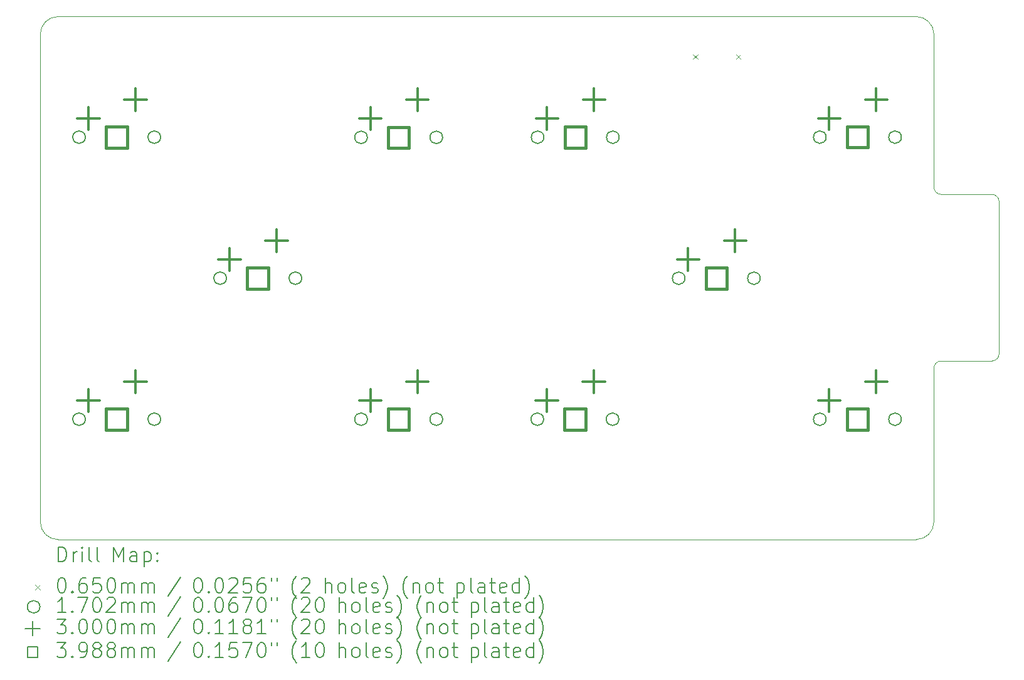
<source format=gbr>
%TF.GenerationSoftware,KiCad,Pcbnew,(7.0.0)*%
%TF.CreationDate,2023-03-23T02:06:22-06:00*%
%TF.ProjectId,PicoLX,5069636f-4c58-42e6-9b69-6361645f7063,rev?*%
%TF.SameCoordinates,Original*%
%TF.FileFunction,Drillmap*%
%TF.FilePolarity,Positive*%
%FSLAX45Y45*%
G04 Gerber Fmt 4.5, Leading zero omitted, Abs format (unit mm)*
G04 Created by KiCad (PCBNEW (7.0.0)) date 2023-03-23 02:06:22*
%MOMM*%
%LPD*%
G01*
G04 APERTURE LIST*
%ADD10C,0.100000*%
%ADD11C,0.200000*%
%ADD12C,0.065000*%
%ADD13C,0.170180*%
%ADD14C,0.300000*%
%ADD15C,0.398780*%
G04 APERTURE END LIST*
D10*
X21967500Y-10850000D02*
X21967935Y-12924358D01*
X21967500Y-8400000D02*
X21967935Y-6336233D01*
X21967500Y-8400000D02*
G75*
G03*
X22067500Y-8500000I100000J0D01*
G01*
X22067500Y-10750000D02*
G75*
G03*
X21967500Y-10850000I0J-100000D01*
G01*
X22750000Y-10750000D02*
G75*
G03*
X22850000Y-10650000I0J100000D01*
G01*
X22850000Y-8600000D02*
G75*
G03*
X22750000Y-8500000I-100000J0D01*
G01*
X22850000Y-10650000D02*
X22850000Y-8600000D01*
X22750000Y-10750000D02*
X22067500Y-10750000D01*
X22067500Y-8500000D02*
X22750000Y-8500000D01*
X21729810Y-13162485D02*
G75*
G03*
X21967935Y-12924358I-20J238145D01*
G01*
X9902927Y-12924358D02*
G75*
G03*
X10141060Y-13162483I238133J8D01*
G01*
X10141060Y-6098105D02*
G75*
G03*
X9902935Y-6336233I0J-238125D01*
G01*
X9902935Y-12924358D02*
X9902935Y-6336233D01*
X21967932Y-6336233D02*
G75*
G03*
X21729810Y-6098108I-238122J3D01*
G01*
X21729810Y-13162483D02*
X10141060Y-13162483D01*
X10141060Y-6098108D02*
X21729810Y-6098108D01*
D11*
D12*
X18717180Y-6608554D02*
X18782180Y-6673554D01*
X18782180Y-6608554D02*
X18717180Y-6673554D01*
X19295180Y-6608554D02*
X19360180Y-6673554D01*
X19360180Y-6608554D02*
X19295180Y-6673554D01*
D13*
X10511265Y-7726883D02*
G75*
G03*
X10511265Y-7726883I-85090J0D01*
G01*
X10511265Y-11536883D02*
G75*
G03*
X10511265Y-11536883I-85090J0D01*
G01*
X11527265Y-7726883D02*
G75*
G03*
X11527265Y-7726883I-85090J0D01*
G01*
X11527265Y-11536883D02*
G75*
G03*
X11527265Y-11536883I-85090J0D01*
G01*
X12416265Y-9631883D02*
G75*
G03*
X12416265Y-9631883I-85090J0D01*
G01*
X13432265Y-9631883D02*
G75*
G03*
X13432265Y-9631883I-85090J0D01*
G01*
X14318725Y-7729423D02*
G75*
G03*
X14318725Y-7729423I-85090J0D01*
G01*
X14318725Y-11536883D02*
G75*
G03*
X14318725Y-11536883I-85090J0D01*
G01*
X15334725Y-7729423D02*
G75*
G03*
X15334725Y-7729423I-85090J0D01*
G01*
X15334725Y-11536883D02*
G75*
G03*
X15334725Y-11536883I-85090J0D01*
G01*
X16698705Y-11536883D02*
G75*
G03*
X16698705Y-11536883I-85090J0D01*
G01*
X16702205Y-7727363D02*
G75*
G03*
X16702205Y-7727363I-85090J0D01*
G01*
X17714705Y-11536883D02*
G75*
G03*
X17714705Y-11536883I-85090J0D01*
G01*
X17718205Y-7727363D02*
G75*
G03*
X17718205Y-7727363I-85090J0D01*
G01*
X18607205Y-9632363D02*
G75*
G03*
X18607205Y-9632363I-85090J0D01*
G01*
X19623205Y-9632363D02*
G75*
G03*
X19623205Y-9632363I-85090J0D01*
G01*
X20512205Y-11537363D02*
G75*
G03*
X20512205Y-11537363I-85090J0D01*
G01*
X20513205Y-7726363D02*
G75*
G03*
X20513205Y-7726363I-85090J0D01*
G01*
X21528205Y-11537363D02*
G75*
G03*
X21528205Y-11537363I-85090J0D01*
G01*
X21529205Y-7726363D02*
G75*
G03*
X21529205Y-7726363I-85090J0D01*
G01*
D14*
X10553175Y-7322883D02*
X10553175Y-7622883D01*
X10403175Y-7472883D02*
X10703175Y-7472883D01*
X10553175Y-11132883D02*
X10553175Y-11432883D01*
X10403175Y-11282883D02*
X10703175Y-11282883D01*
X11188175Y-7068883D02*
X11188175Y-7368883D01*
X11038175Y-7218883D02*
X11338175Y-7218883D01*
X11188175Y-10878883D02*
X11188175Y-11178883D01*
X11038175Y-11028883D02*
X11338175Y-11028883D01*
X12458175Y-9227883D02*
X12458175Y-9527883D01*
X12308175Y-9377883D02*
X12608175Y-9377883D01*
X13093175Y-8973883D02*
X13093175Y-9273883D01*
X12943175Y-9123883D02*
X13243175Y-9123883D01*
X14360635Y-7325423D02*
X14360635Y-7625423D01*
X14210635Y-7475423D02*
X14510635Y-7475423D01*
X14360635Y-11132883D02*
X14360635Y-11432883D01*
X14210635Y-11282883D02*
X14510635Y-11282883D01*
X14995635Y-7071423D02*
X14995635Y-7371423D01*
X14845635Y-7221423D02*
X15145635Y-7221423D01*
X14995635Y-10878883D02*
X14995635Y-11178883D01*
X14845635Y-11028883D02*
X15145635Y-11028883D01*
X16740615Y-11132883D02*
X16740615Y-11432883D01*
X16590615Y-11282883D02*
X16890615Y-11282883D01*
X16744115Y-7323363D02*
X16744115Y-7623363D01*
X16594115Y-7473363D02*
X16894115Y-7473363D01*
X17375615Y-10878883D02*
X17375615Y-11178883D01*
X17225615Y-11028883D02*
X17525615Y-11028883D01*
X17379115Y-7069363D02*
X17379115Y-7369363D01*
X17229115Y-7219363D02*
X17529115Y-7219363D01*
X18649115Y-9228363D02*
X18649115Y-9528363D01*
X18499115Y-9378363D02*
X18799115Y-9378363D01*
X19284115Y-8974363D02*
X19284115Y-9274363D01*
X19134115Y-9124363D02*
X19434115Y-9124363D01*
X20554115Y-11133363D02*
X20554115Y-11433363D01*
X20404115Y-11283363D02*
X20704115Y-11283363D01*
X20555115Y-7322363D02*
X20555115Y-7622363D01*
X20405115Y-7472363D02*
X20705115Y-7472363D01*
X21189115Y-10879363D02*
X21189115Y-11179363D01*
X21039115Y-11029363D02*
X21339115Y-11029363D01*
X21190115Y-7068363D02*
X21190115Y-7368363D01*
X21040115Y-7218363D02*
X21340115Y-7218363D01*
D15*
X11075167Y-7867875D02*
X11075167Y-7585892D01*
X10793184Y-7585892D01*
X10793184Y-7867875D01*
X11075167Y-7867875D01*
X11075167Y-11677875D02*
X11075167Y-11395892D01*
X10793184Y-11395892D01*
X10793184Y-11677875D01*
X11075167Y-11677875D01*
X12980167Y-9772875D02*
X12980167Y-9490892D01*
X12698184Y-9490892D01*
X12698184Y-9772875D01*
X12980167Y-9772875D01*
X14882627Y-7870415D02*
X14882627Y-7588432D01*
X14600644Y-7588432D01*
X14600644Y-7870415D01*
X14882627Y-7870415D01*
X14882627Y-11677875D02*
X14882627Y-11395892D01*
X14600644Y-11395892D01*
X14600644Y-11677875D01*
X14882627Y-11677875D01*
X17262607Y-11677875D02*
X17262607Y-11395892D01*
X16980624Y-11395892D01*
X16980624Y-11677875D01*
X17262607Y-11677875D01*
X17266107Y-7868355D02*
X17266107Y-7586372D01*
X16984124Y-7586372D01*
X16984124Y-7868355D01*
X17266107Y-7868355D01*
X19171107Y-9773355D02*
X19171107Y-9491372D01*
X18889124Y-9491372D01*
X18889124Y-9773355D01*
X19171107Y-9773355D01*
X21076107Y-11678355D02*
X21076107Y-11396372D01*
X20794124Y-11396372D01*
X20794124Y-11678355D01*
X21076107Y-11678355D01*
X21077107Y-7867355D02*
X21077107Y-7585372D01*
X20795124Y-7585372D01*
X20795124Y-7867355D01*
X21077107Y-7867355D01*
D11*
X10145554Y-13460959D02*
X10145554Y-13260959D01*
X10145554Y-13260959D02*
X10193173Y-13260959D01*
X10193173Y-13260959D02*
X10221745Y-13270483D01*
X10221745Y-13270483D02*
X10240792Y-13289531D01*
X10240792Y-13289531D02*
X10250316Y-13308579D01*
X10250316Y-13308579D02*
X10259840Y-13346674D01*
X10259840Y-13346674D02*
X10259840Y-13375245D01*
X10259840Y-13375245D02*
X10250316Y-13413340D01*
X10250316Y-13413340D02*
X10240792Y-13432388D01*
X10240792Y-13432388D02*
X10221745Y-13451436D01*
X10221745Y-13451436D02*
X10193173Y-13460959D01*
X10193173Y-13460959D02*
X10145554Y-13460959D01*
X10345554Y-13460959D02*
X10345554Y-13327626D01*
X10345554Y-13365721D02*
X10355078Y-13346674D01*
X10355078Y-13346674D02*
X10364602Y-13337150D01*
X10364602Y-13337150D02*
X10383649Y-13327626D01*
X10383649Y-13327626D02*
X10402697Y-13327626D01*
X10469364Y-13460959D02*
X10469364Y-13327626D01*
X10469364Y-13260959D02*
X10459840Y-13270483D01*
X10459840Y-13270483D02*
X10469364Y-13280007D01*
X10469364Y-13280007D02*
X10478888Y-13270483D01*
X10478888Y-13270483D02*
X10469364Y-13260959D01*
X10469364Y-13260959D02*
X10469364Y-13280007D01*
X10593173Y-13460959D02*
X10574126Y-13451436D01*
X10574126Y-13451436D02*
X10564602Y-13432388D01*
X10564602Y-13432388D02*
X10564602Y-13260959D01*
X10697935Y-13460959D02*
X10678888Y-13451436D01*
X10678888Y-13451436D02*
X10669364Y-13432388D01*
X10669364Y-13432388D02*
X10669364Y-13260959D01*
X10894126Y-13460959D02*
X10894126Y-13260959D01*
X10894126Y-13260959D02*
X10960792Y-13403817D01*
X10960792Y-13403817D02*
X11027459Y-13260959D01*
X11027459Y-13260959D02*
X11027459Y-13460959D01*
X11208411Y-13460959D02*
X11208411Y-13356198D01*
X11208411Y-13356198D02*
X11198887Y-13337150D01*
X11198887Y-13337150D02*
X11179840Y-13327626D01*
X11179840Y-13327626D02*
X11141745Y-13327626D01*
X11141745Y-13327626D02*
X11122697Y-13337150D01*
X11208411Y-13451436D02*
X11189364Y-13460959D01*
X11189364Y-13460959D02*
X11141745Y-13460959D01*
X11141745Y-13460959D02*
X11122697Y-13451436D01*
X11122697Y-13451436D02*
X11113173Y-13432388D01*
X11113173Y-13432388D02*
X11113173Y-13413340D01*
X11113173Y-13413340D02*
X11122697Y-13394293D01*
X11122697Y-13394293D02*
X11141745Y-13384769D01*
X11141745Y-13384769D02*
X11189364Y-13384769D01*
X11189364Y-13384769D02*
X11208411Y-13375245D01*
X11303649Y-13327626D02*
X11303649Y-13527626D01*
X11303649Y-13337150D02*
X11322697Y-13327626D01*
X11322697Y-13327626D02*
X11360792Y-13327626D01*
X11360792Y-13327626D02*
X11379840Y-13337150D01*
X11379840Y-13337150D02*
X11389364Y-13346674D01*
X11389364Y-13346674D02*
X11398887Y-13365721D01*
X11398887Y-13365721D02*
X11398887Y-13422864D01*
X11398887Y-13422864D02*
X11389364Y-13441912D01*
X11389364Y-13441912D02*
X11379840Y-13451436D01*
X11379840Y-13451436D02*
X11360792Y-13460959D01*
X11360792Y-13460959D02*
X11322697Y-13460959D01*
X11322697Y-13460959D02*
X11303649Y-13451436D01*
X11484602Y-13441912D02*
X11494126Y-13451436D01*
X11494126Y-13451436D02*
X11484602Y-13460959D01*
X11484602Y-13460959D02*
X11475078Y-13451436D01*
X11475078Y-13451436D02*
X11484602Y-13441912D01*
X11484602Y-13441912D02*
X11484602Y-13460959D01*
X11484602Y-13337150D02*
X11494126Y-13346674D01*
X11494126Y-13346674D02*
X11484602Y-13356198D01*
X11484602Y-13356198D02*
X11475078Y-13346674D01*
X11475078Y-13346674D02*
X11484602Y-13337150D01*
X11484602Y-13337150D02*
X11484602Y-13356198D01*
D12*
X9832935Y-13774983D02*
X9897935Y-13839983D01*
X9897935Y-13774983D02*
X9832935Y-13839983D01*
D11*
X10183649Y-13680959D02*
X10202697Y-13680959D01*
X10202697Y-13680959D02*
X10221745Y-13690483D01*
X10221745Y-13690483D02*
X10231269Y-13700007D01*
X10231269Y-13700007D02*
X10240792Y-13719055D01*
X10240792Y-13719055D02*
X10250316Y-13757150D01*
X10250316Y-13757150D02*
X10250316Y-13804769D01*
X10250316Y-13804769D02*
X10240792Y-13842864D01*
X10240792Y-13842864D02*
X10231269Y-13861912D01*
X10231269Y-13861912D02*
X10221745Y-13871436D01*
X10221745Y-13871436D02*
X10202697Y-13880959D01*
X10202697Y-13880959D02*
X10183649Y-13880959D01*
X10183649Y-13880959D02*
X10164602Y-13871436D01*
X10164602Y-13871436D02*
X10155078Y-13861912D01*
X10155078Y-13861912D02*
X10145554Y-13842864D01*
X10145554Y-13842864D02*
X10136030Y-13804769D01*
X10136030Y-13804769D02*
X10136030Y-13757150D01*
X10136030Y-13757150D02*
X10145554Y-13719055D01*
X10145554Y-13719055D02*
X10155078Y-13700007D01*
X10155078Y-13700007D02*
X10164602Y-13690483D01*
X10164602Y-13690483D02*
X10183649Y-13680959D01*
X10336030Y-13861912D02*
X10345554Y-13871436D01*
X10345554Y-13871436D02*
X10336030Y-13880959D01*
X10336030Y-13880959D02*
X10326507Y-13871436D01*
X10326507Y-13871436D02*
X10336030Y-13861912D01*
X10336030Y-13861912D02*
X10336030Y-13880959D01*
X10516983Y-13680959D02*
X10478888Y-13680959D01*
X10478888Y-13680959D02*
X10459840Y-13690483D01*
X10459840Y-13690483D02*
X10450316Y-13700007D01*
X10450316Y-13700007D02*
X10431269Y-13728579D01*
X10431269Y-13728579D02*
X10421745Y-13766674D01*
X10421745Y-13766674D02*
X10421745Y-13842864D01*
X10421745Y-13842864D02*
X10431269Y-13861912D01*
X10431269Y-13861912D02*
X10440792Y-13871436D01*
X10440792Y-13871436D02*
X10459840Y-13880959D01*
X10459840Y-13880959D02*
X10497935Y-13880959D01*
X10497935Y-13880959D02*
X10516983Y-13871436D01*
X10516983Y-13871436D02*
X10526507Y-13861912D01*
X10526507Y-13861912D02*
X10536030Y-13842864D01*
X10536030Y-13842864D02*
X10536030Y-13795245D01*
X10536030Y-13795245D02*
X10526507Y-13776198D01*
X10526507Y-13776198D02*
X10516983Y-13766674D01*
X10516983Y-13766674D02*
X10497935Y-13757150D01*
X10497935Y-13757150D02*
X10459840Y-13757150D01*
X10459840Y-13757150D02*
X10440792Y-13766674D01*
X10440792Y-13766674D02*
X10431269Y-13776198D01*
X10431269Y-13776198D02*
X10421745Y-13795245D01*
X10716983Y-13680959D02*
X10621745Y-13680959D01*
X10621745Y-13680959D02*
X10612221Y-13776198D01*
X10612221Y-13776198D02*
X10621745Y-13766674D01*
X10621745Y-13766674D02*
X10640792Y-13757150D01*
X10640792Y-13757150D02*
X10688411Y-13757150D01*
X10688411Y-13757150D02*
X10707459Y-13766674D01*
X10707459Y-13766674D02*
X10716983Y-13776198D01*
X10716983Y-13776198D02*
X10726507Y-13795245D01*
X10726507Y-13795245D02*
X10726507Y-13842864D01*
X10726507Y-13842864D02*
X10716983Y-13861912D01*
X10716983Y-13861912D02*
X10707459Y-13871436D01*
X10707459Y-13871436D02*
X10688411Y-13880959D01*
X10688411Y-13880959D02*
X10640792Y-13880959D01*
X10640792Y-13880959D02*
X10621745Y-13871436D01*
X10621745Y-13871436D02*
X10612221Y-13861912D01*
X10850316Y-13680959D02*
X10869364Y-13680959D01*
X10869364Y-13680959D02*
X10888411Y-13690483D01*
X10888411Y-13690483D02*
X10897935Y-13700007D01*
X10897935Y-13700007D02*
X10907459Y-13719055D01*
X10907459Y-13719055D02*
X10916983Y-13757150D01*
X10916983Y-13757150D02*
X10916983Y-13804769D01*
X10916983Y-13804769D02*
X10907459Y-13842864D01*
X10907459Y-13842864D02*
X10897935Y-13861912D01*
X10897935Y-13861912D02*
X10888411Y-13871436D01*
X10888411Y-13871436D02*
X10869364Y-13880959D01*
X10869364Y-13880959D02*
X10850316Y-13880959D01*
X10850316Y-13880959D02*
X10831269Y-13871436D01*
X10831269Y-13871436D02*
X10821745Y-13861912D01*
X10821745Y-13861912D02*
X10812221Y-13842864D01*
X10812221Y-13842864D02*
X10802697Y-13804769D01*
X10802697Y-13804769D02*
X10802697Y-13757150D01*
X10802697Y-13757150D02*
X10812221Y-13719055D01*
X10812221Y-13719055D02*
X10821745Y-13700007D01*
X10821745Y-13700007D02*
X10831269Y-13690483D01*
X10831269Y-13690483D02*
X10850316Y-13680959D01*
X11002697Y-13880959D02*
X11002697Y-13747626D01*
X11002697Y-13766674D02*
X11012221Y-13757150D01*
X11012221Y-13757150D02*
X11031269Y-13747626D01*
X11031269Y-13747626D02*
X11059840Y-13747626D01*
X11059840Y-13747626D02*
X11078888Y-13757150D01*
X11078888Y-13757150D02*
X11088411Y-13776198D01*
X11088411Y-13776198D02*
X11088411Y-13880959D01*
X11088411Y-13776198D02*
X11097935Y-13757150D01*
X11097935Y-13757150D02*
X11116983Y-13747626D01*
X11116983Y-13747626D02*
X11145554Y-13747626D01*
X11145554Y-13747626D02*
X11164602Y-13757150D01*
X11164602Y-13757150D02*
X11174126Y-13776198D01*
X11174126Y-13776198D02*
X11174126Y-13880959D01*
X11269364Y-13880959D02*
X11269364Y-13747626D01*
X11269364Y-13766674D02*
X11278888Y-13757150D01*
X11278888Y-13757150D02*
X11297935Y-13747626D01*
X11297935Y-13747626D02*
X11326507Y-13747626D01*
X11326507Y-13747626D02*
X11345554Y-13757150D01*
X11345554Y-13757150D02*
X11355078Y-13776198D01*
X11355078Y-13776198D02*
X11355078Y-13880959D01*
X11355078Y-13776198D02*
X11364602Y-13757150D01*
X11364602Y-13757150D02*
X11383649Y-13747626D01*
X11383649Y-13747626D02*
X11412221Y-13747626D01*
X11412221Y-13747626D02*
X11431269Y-13757150D01*
X11431269Y-13757150D02*
X11440792Y-13776198D01*
X11440792Y-13776198D02*
X11440792Y-13880959D01*
X11798888Y-13671436D02*
X11627459Y-13928579D01*
X12023649Y-13680959D02*
X12042697Y-13680959D01*
X12042697Y-13680959D02*
X12061745Y-13690483D01*
X12061745Y-13690483D02*
X12071269Y-13700007D01*
X12071269Y-13700007D02*
X12080792Y-13719055D01*
X12080792Y-13719055D02*
X12090316Y-13757150D01*
X12090316Y-13757150D02*
X12090316Y-13804769D01*
X12090316Y-13804769D02*
X12080792Y-13842864D01*
X12080792Y-13842864D02*
X12071269Y-13861912D01*
X12071269Y-13861912D02*
X12061745Y-13871436D01*
X12061745Y-13871436D02*
X12042697Y-13880959D01*
X12042697Y-13880959D02*
X12023649Y-13880959D01*
X12023649Y-13880959D02*
X12004602Y-13871436D01*
X12004602Y-13871436D02*
X11995078Y-13861912D01*
X11995078Y-13861912D02*
X11985554Y-13842864D01*
X11985554Y-13842864D02*
X11976030Y-13804769D01*
X11976030Y-13804769D02*
X11976030Y-13757150D01*
X11976030Y-13757150D02*
X11985554Y-13719055D01*
X11985554Y-13719055D02*
X11995078Y-13700007D01*
X11995078Y-13700007D02*
X12004602Y-13690483D01*
X12004602Y-13690483D02*
X12023649Y-13680959D01*
X12176030Y-13861912D02*
X12185554Y-13871436D01*
X12185554Y-13871436D02*
X12176030Y-13880959D01*
X12176030Y-13880959D02*
X12166507Y-13871436D01*
X12166507Y-13871436D02*
X12176030Y-13861912D01*
X12176030Y-13861912D02*
X12176030Y-13880959D01*
X12309364Y-13680959D02*
X12328411Y-13680959D01*
X12328411Y-13680959D02*
X12347459Y-13690483D01*
X12347459Y-13690483D02*
X12356983Y-13700007D01*
X12356983Y-13700007D02*
X12366507Y-13719055D01*
X12366507Y-13719055D02*
X12376030Y-13757150D01*
X12376030Y-13757150D02*
X12376030Y-13804769D01*
X12376030Y-13804769D02*
X12366507Y-13842864D01*
X12366507Y-13842864D02*
X12356983Y-13861912D01*
X12356983Y-13861912D02*
X12347459Y-13871436D01*
X12347459Y-13871436D02*
X12328411Y-13880959D01*
X12328411Y-13880959D02*
X12309364Y-13880959D01*
X12309364Y-13880959D02*
X12290316Y-13871436D01*
X12290316Y-13871436D02*
X12280792Y-13861912D01*
X12280792Y-13861912D02*
X12271269Y-13842864D01*
X12271269Y-13842864D02*
X12261745Y-13804769D01*
X12261745Y-13804769D02*
X12261745Y-13757150D01*
X12261745Y-13757150D02*
X12271269Y-13719055D01*
X12271269Y-13719055D02*
X12280792Y-13700007D01*
X12280792Y-13700007D02*
X12290316Y-13690483D01*
X12290316Y-13690483D02*
X12309364Y-13680959D01*
X12452221Y-13700007D02*
X12461745Y-13690483D01*
X12461745Y-13690483D02*
X12480792Y-13680959D01*
X12480792Y-13680959D02*
X12528411Y-13680959D01*
X12528411Y-13680959D02*
X12547459Y-13690483D01*
X12547459Y-13690483D02*
X12556983Y-13700007D01*
X12556983Y-13700007D02*
X12566507Y-13719055D01*
X12566507Y-13719055D02*
X12566507Y-13738102D01*
X12566507Y-13738102D02*
X12556983Y-13766674D01*
X12556983Y-13766674D02*
X12442697Y-13880959D01*
X12442697Y-13880959D02*
X12566507Y-13880959D01*
X12747459Y-13680959D02*
X12652221Y-13680959D01*
X12652221Y-13680959D02*
X12642697Y-13776198D01*
X12642697Y-13776198D02*
X12652221Y-13766674D01*
X12652221Y-13766674D02*
X12671269Y-13757150D01*
X12671269Y-13757150D02*
X12718888Y-13757150D01*
X12718888Y-13757150D02*
X12737935Y-13766674D01*
X12737935Y-13766674D02*
X12747459Y-13776198D01*
X12747459Y-13776198D02*
X12756983Y-13795245D01*
X12756983Y-13795245D02*
X12756983Y-13842864D01*
X12756983Y-13842864D02*
X12747459Y-13861912D01*
X12747459Y-13861912D02*
X12737935Y-13871436D01*
X12737935Y-13871436D02*
X12718888Y-13880959D01*
X12718888Y-13880959D02*
X12671269Y-13880959D01*
X12671269Y-13880959D02*
X12652221Y-13871436D01*
X12652221Y-13871436D02*
X12642697Y-13861912D01*
X12928411Y-13680959D02*
X12890316Y-13680959D01*
X12890316Y-13680959D02*
X12871269Y-13690483D01*
X12871269Y-13690483D02*
X12861745Y-13700007D01*
X12861745Y-13700007D02*
X12842697Y-13728579D01*
X12842697Y-13728579D02*
X12833173Y-13766674D01*
X12833173Y-13766674D02*
X12833173Y-13842864D01*
X12833173Y-13842864D02*
X12842697Y-13861912D01*
X12842697Y-13861912D02*
X12852221Y-13871436D01*
X12852221Y-13871436D02*
X12871269Y-13880959D01*
X12871269Y-13880959D02*
X12909364Y-13880959D01*
X12909364Y-13880959D02*
X12928411Y-13871436D01*
X12928411Y-13871436D02*
X12937935Y-13861912D01*
X12937935Y-13861912D02*
X12947459Y-13842864D01*
X12947459Y-13842864D02*
X12947459Y-13795245D01*
X12947459Y-13795245D02*
X12937935Y-13776198D01*
X12937935Y-13776198D02*
X12928411Y-13766674D01*
X12928411Y-13766674D02*
X12909364Y-13757150D01*
X12909364Y-13757150D02*
X12871269Y-13757150D01*
X12871269Y-13757150D02*
X12852221Y-13766674D01*
X12852221Y-13766674D02*
X12842697Y-13776198D01*
X12842697Y-13776198D02*
X12833173Y-13795245D01*
X13023650Y-13680959D02*
X13023650Y-13719055D01*
X13099840Y-13680959D02*
X13099840Y-13719055D01*
X13362697Y-13957150D02*
X13353173Y-13947626D01*
X13353173Y-13947626D02*
X13334126Y-13919055D01*
X13334126Y-13919055D02*
X13324602Y-13900007D01*
X13324602Y-13900007D02*
X13315078Y-13871436D01*
X13315078Y-13871436D02*
X13305554Y-13823817D01*
X13305554Y-13823817D02*
X13305554Y-13785721D01*
X13305554Y-13785721D02*
X13315078Y-13738102D01*
X13315078Y-13738102D02*
X13324602Y-13709531D01*
X13324602Y-13709531D02*
X13334126Y-13690483D01*
X13334126Y-13690483D02*
X13353173Y-13661912D01*
X13353173Y-13661912D02*
X13362697Y-13652388D01*
X13429364Y-13700007D02*
X13438888Y-13690483D01*
X13438888Y-13690483D02*
X13457935Y-13680959D01*
X13457935Y-13680959D02*
X13505554Y-13680959D01*
X13505554Y-13680959D02*
X13524602Y-13690483D01*
X13524602Y-13690483D02*
X13534126Y-13700007D01*
X13534126Y-13700007D02*
X13543650Y-13719055D01*
X13543650Y-13719055D02*
X13543650Y-13738102D01*
X13543650Y-13738102D02*
X13534126Y-13766674D01*
X13534126Y-13766674D02*
X13419840Y-13880959D01*
X13419840Y-13880959D02*
X13543650Y-13880959D01*
X13749364Y-13880959D02*
X13749364Y-13680959D01*
X13835078Y-13880959D02*
X13835078Y-13776198D01*
X13835078Y-13776198D02*
X13825554Y-13757150D01*
X13825554Y-13757150D02*
X13806507Y-13747626D01*
X13806507Y-13747626D02*
X13777935Y-13747626D01*
X13777935Y-13747626D02*
X13758888Y-13757150D01*
X13758888Y-13757150D02*
X13749364Y-13766674D01*
X13958888Y-13880959D02*
X13939840Y-13871436D01*
X13939840Y-13871436D02*
X13930316Y-13861912D01*
X13930316Y-13861912D02*
X13920792Y-13842864D01*
X13920792Y-13842864D02*
X13920792Y-13785721D01*
X13920792Y-13785721D02*
X13930316Y-13766674D01*
X13930316Y-13766674D02*
X13939840Y-13757150D01*
X13939840Y-13757150D02*
X13958888Y-13747626D01*
X13958888Y-13747626D02*
X13987459Y-13747626D01*
X13987459Y-13747626D02*
X14006507Y-13757150D01*
X14006507Y-13757150D02*
X14016031Y-13766674D01*
X14016031Y-13766674D02*
X14025554Y-13785721D01*
X14025554Y-13785721D02*
X14025554Y-13842864D01*
X14025554Y-13842864D02*
X14016031Y-13861912D01*
X14016031Y-13861912D02*
X14006507Y-13871436D01*
X14006507Y-13871436D02*
X13987459Y-13880959D01*
X13987459Y-13880959D02*
X13958888Y-13880959D01*
X14139840Y-13880959D02*
X14120792Y-13871436D01*
X14120792Y-13871436D02*
X14111269Y-13852388D01*
X14111269Y-13852388D02*
X14111269Y-13680959D01*
X14292221Y-13871436D02*
X14273173Y-13880959D01*
X14273173Y-13880959D02*
X14235078Y-13880959D01*
X14235078Y-13880959D02*
X14216031Y-13871436D01*
X14216031Y-13871436D02*
X14206507Y-13852388D01*
X14206507Y-13852388D02*
X14206507Y-13776198D01*
X14206507Y-13776198D02*
X14216031Y-13757150D01*
X14216031Y-13757150D02*
X14235078Y-13747626D01*
X14235078Y-13747626D02*
X14273173Y-13747626D01*
X14273173Y-13747626D02*
X14292221Y-13757150D01*
X14292221Y-13757150D02*
X14301745Y-13776198D01*
X14301745Y-13776198D02*
X14301745Y-13795245D01*
X14301745Y-13795245D02*
X14206507Y-13814293D01*
X14377935Y-13871436D02*
X14396983Y-13880959D01*
X14396983Y-13880959D02*
X14435078Y-13880959D01*
X14435078Y-13880959D02*
X14454126Y-13871436D01*
X14454126Y-13871436D02*
X14463650Y-13852388D01*
X14463650Y-13852388D02*
X14463650Y-13842864D01*
X14463650Y-13842864D02*
X14454126Y-13823817D01*
X14454126Y-13823817D02*
X14435078Y-13814293D01*
X14435078Y-13814293D02*
X14406507Y-13814293D01*
X14406507Y-13814293D02*
X14387459Y-13804769D01*
X14387459Y-13804769D02*
X14377935Y-13785721D01*
X14377935Y-13785721D02*
X14377935Y-13776198D01*
X14377935Y-13776198D02*
X14387459Y-13757150D01*
X14387459Y-13757150D02*
X14406507Y-13747626D01*
X14406507Y-13747626D02*
X14435078Y-13747626D01*
X14435078Y-13747626D02*
X14454126Y-13757150D01*
X14530316Y-13957150D02*
X14539840Y-13947626D01*
X14539840Y-13947626D02*
X14558888Y-13919055D01*
X14558888Y-13919055D02*
X14568412Y-13900007D01*
X14568412Y-13900007D02*
X14577935Y-13871436D01*
X14577935Y-13871436D02*
X14587459Y-13823817D01*
X14587459Y-13823817D02*
X14587459Y-13785721D01*
X14587459Y-13785721D02*
X14577935Y-13738102D01*
X14577935Y-13738102D02*
X14568412Y-13709531D01*
X14568412Y-13709531D02*
X14558888Y-13690483D01*
X14558888Y-13690483D02*
X14539840Y-13661912D01*
X14539840Y-13661912D02*
X14530316Y-13652388D01*
X14859840Y-13957150D02*
X14850316Y-13947626D01*
X14850316Y-13947626D02*
X14831269Y-13919055D01*
X14831269Y-13919055D02*
X14821745Y-13900007D01*
X14821745Y-13900007D02*
X14812221Y-13871436D01*
X14812221Y-13871436D02*
X14802697Y-13823817D01*
X14802697Y-13823817D02*
X14802697Y-13785721D01*
X14802697Y-13785721D02*
X14812221Y-13738102D01*
X14812221Y-13738102D02*
X14821745Y-13709531D01*
X14821745Y-13709531D02*
X14831269Y-13690483D01*
X14831269Y-13690483D02*
X14850316Y-13661912D01*
X14850316Y-13661912D02*
X14859840Y-13652388D01*
X14936031Y-13747626D02*
X14936031Y-13880959D01*
X14936031Y-13766674D02*
X14945554Y-13757150D01*
X14945554Y-13757150D02*
X14964602Y-13747626D01*
X14964602Y-13747626D02*
X14993173Y-13747626D01*
X14993173Y-13747626D02*
X15012221Y-13757150D01*
X15012221Y-13757150D02*
X15021745Y-13776198D01*
X15021745Y-13776198D02*
X15021745Y-13880959D01*
X15145554Y-13880959D02*
X15126507Y-13871436D01*
X15126507Y-13871436D02*
X15116983Y-13861912D01*
X15116983Y-13861912D02*
X15107459Y-13842864D01*
X15107459Y-13842864D02*
X15107459Y-13785721D01*
X15107459Y-13785721D02*
X15116983Y-13766674D01*
X15116983Y-13766674D02*
X15126507Y-13757150D01*
X15126507Y-13757150D02*
X15145554Y-13747626D01*
X15145554Y-13747626D02*
X15174126Y-13747626D01*
X15174126Y-13747626D02*
X15193173Y-13757150D01*
X15193173Y-13757150D02*
X15202697Y-13766674D01*
X15202697Y-13766674D02*
X15212221Y-13785721D01*
X15212221Y-13785721D02*
X15212221Y-13842864D01*
X15212221Y-13842864D02*
X15202697Y-13861912D01*
X15202697Y-13861912D02*
X15193173Y-13871436D01*
X15193173Y-13871436D02*
X15174126Y-13880959D01*
X15174126Y-13880959D02*
X15145554Y-13880959D01*
X15269364Y-13747626D02*
X15345554Y-13747626D01*
X15297935Y-13680959D02*
X15297935Y-13852388D01*
X15297935Y-13852388D02*
X15307459Y-13871436D01*
X15307459Y-13871436D02*
X15326507Y-13880959D01*
X15326507Y-13880959D02*
X15345554Y-13880959D01*
X15532221Y-13747626D02*
X15532221Y-13947626D01*
X15532221Y-13757150D02*
X15551269Y-13747626D01*
X15551269Y-13747626D02*
X15589364Y-13747626D01*
X15589364Y-13747626D02*
X15608412Y-13757150D01*
X15608412Y-13757150D02*
X15617935Y-13766674D01*
X15617935Y-13766674D02*
X15627459Y-13785721D01*
X15627459Y-13785721D02*
X15627459Y-13842864D01*
X15627459Y-13842864D02*
X15617935Y-13861912D01*
X15617935Y-13861912D02*
X15608412Y-13871436D01*
X15608412Y-13871436D02*
X15589364Y-13880959D01*
X15589364Y-13880959D02*
X15551269Y-13880959D01*
X15551269Y-13880959D02*
X15532221Y-13871436D01*
X15741745Y-13880959D02*
X15722697Y-13871436D01*
X15722697Y-13871436D02*
X15713173Y-13852388D01*
X15713173Y-13852388D02*
X15713173Y-13680959D01*
X15903650Y-13880959D02*
X15903650Y-13776198D01*
X15903650Y-13776198D02*
X15894126Y-13757150D01*
X15894126Y-13757150D02*
X15875078Y-13747626D01*
X15875078Y-13747626D02*
X15836983Y-13747626D01*
X15836983Y-13747626D02*
X15817935Y-13757150D01*
X15903650Y-13871436D02*
X15884602Y-13880959D01*
X15884602Y-13880959D02*
X15836983Y-13880959D01*
X15836983Y-13880959D02*
X15817935Y-13871436D01*
X15817935Y-13871436D02*
X15808412Y-13852388D01*
X15808412Y-13852388D02*
X15808412Y-13833340D01*
X15808412Y-13833340D02*
X15817935Y-13814293D01*
X15817935Y-13814293D02*
X15836983Y-13804769D01*
X15836983Y-13804769D02*
X15884602Y-13804769D01*
X15884602Y-13804769D02*
X15903650Y-13795245D01*
X15970316Y-13747626D02*
X16046507Y-13747626D01*
X15998888Y-13680959D02*
X15998888Y-13852388D01*
X15998888Y-13852388D02*
X16008412Y-13871436D01*
X16008412Y-13871436D02*
X16027459Y-13880959D01*
X16027459Y-13880959D02*
X16046507Y-13880959D01*
X16189364Y-13871436D02*
X16170316Y-13880959D01*
X16170316Y-13880959D02*
X16132221Y-13880959D01*
X16132221Y-13880959D02*
X16113173Y-13871436D01*
X16113173Y-13871436D02*
X16103650Y-13852388D01*
X16103650Y-13852388D02*
X16103650Y-13776198D01*
X16103650Y-13776198D02*
X16113173Y-13757150D01*
X16113173Y-13757150D02*
X16132221Y-13747626D01*
X16132221Y-13747626D02*
X16170316Y-13747626D01*
X16170316Y-13747626D02*
X16189364Y-13757150D01*
X16189364Y-13757150D02*
X16198888Y-13776198D01*
X16198888Y-13776198D02*
X16198888Y-13795245D01*
X16198888Y-13795245D02*
X16103650Y-13814293D01*
X16370316Y-13880959D02*
X16370316Y-13680959D01*
X16370316Y-13871436D02*
X16351269Y-13880959D01*
X16351269Y-13880959D02*
X16313173Y-13880959D01*
X16313173Y-13880959D02*
X16294126Y-13871436D01*
X16294126Y-13871436D02*
X16284602Y-13861912D01*
X16284602Y-13861912D02*
X16275078Y-13842864D01*
X16275078Y-13842864D02*
X16275078Y-13785721D01*
X16275078Y-13785721D02*
X16284602Y-13766674D01*
X16284602Y-13766674D02*
X16294126Y-13757150D01*
X16294126Y-13757150D02*
X16313173Y-13747626D01*
X16313173Y-13747626D02*
X16351269Y-13747626D01*
X16351269Y-13747626D02*
X16370316Y-13757150D01*
X16446507Y-13957150D02*
X16456031Y-13947626D01*
X16456031Y-13947626D02*
X16475078Y-13919055D01*
X16475078Y-13919055D02*
X16484602Y-13900007D01*
X16484602Y-13900007D02*
X16494126Y-13871436D01*
X16494126Y-13871436D02*
X16503650Y-13823817D01*
X16503650Y-13823817D02*
X16503650Y-13785721D01*
X16503650Y-13785721D02*
X16494126Y-13738102D01*
X16494126Y-13738102D02*
X16484602Y-13709531D01*
X16484602Y-13709531D02*
X16475078Y-13690483D01*
X16475078Y-13690483D02*
X16456031Y-13661912D01*
X16456031Y-13661912D02*
X16446507Y-13652388D01*
D13*
X9897935Y-14071483D02*
G75*
G03*
X9897935Y-14071483I-85090J0D01*
G01*
D11*
X10250316Y-14144959D02*
X10136030Y-14144959D01*
X10193173Y-14144959D02*
X10193173Y-13944959D01*
X10193173Y-13944959D02*
X10174126Y-13973531D01*
X10174126Y-13973531D02*
X10155078Y-13992579D01*
X10155078Y-13992579D02*
X10136030Y-14002102D01*
X10336030Y-14125912D02*
X10345554Y-14135436D01*
X10345554Y-14135436D02*
X10336030Y-14144959D01*
X10336030Y-14144959D02*
X10326507Y-14135436D01*
X10326507Y-14135436D02*
X10336030Y-14125912D01*
X10336030Y-14125912D02*
X10336030Y-14144959D01*
X10412221Y-13944959D02*
X10545554Y-13944959D01*
X10545554Y-13944959D02*
X10459840Y-14144959D01*
X10659840Y-13944959D02*
X10678888Y-13944959D01*
X10678888Y-13944959D02*
X10697935Y-13954483D01*
X10697935Y-13954483D02*
X10707459Y-13964007D01*
X10707459Y-13964007D02*
X10716983Y-13983055D01*
X10716983Y-13983055D02*
X10726507Y-14021150D01*
X10726507Y-14021150D02*
X10726507Y-14068769D01*
X10726507Y-14068769D02*
X10716983Y-14106864D01*
X10716983Y-14106864D02*
X10707459Y-14125912D01*
X10707459Y-14125912D02*
X10697935Y-14135436D01*
X10697935Y-14135436D02*
X10678888Y-14144959D01*
X10678888Y-14144959D02*
X10659840Y-14144959D01*
X10659840Y-14144959D02*
X10640792Y-14135436D01*
X10640792Y-14135436D02*
X10631269Y-14125912D01*
X10631269Y-14125912D02*
X10621745Y-14106864D01*
X10621745Y-14106864D02*
X10612221Y-14068769D01*
X10612221Y-14068769D02*
X10612221Y-14021150D01*
X10612221Y-14021150D02*
X10621745Y-13983055D01*
X10621745Y-13983055D02*
X10631269Y-13964007D01*
X10631269Y-13964007D02*
X10640792Y-13954483D01*
X10640792Y-13954483D02*
X10659840Y-13944959D01*
X10802697Y-13964007D02*
X10812221Y-13954483D01*
X10812221Y-13954483D02*
X10831269Y-13944959D01*
X10831269Y-13944959D02*
X10878888Y-13944959D01*
X10878888Y-13944959D02*
X10897935Y-13954483D01*
X10897935Y-13954483D02*
X10907459Y-13964007D01*
X10907459Y-13964007D02*
X10916983Y-13983055D01*
X10916983Y-13983055D02*
X10916983Y-14002102D01*
X10916983Y-14002102D02*
X10907459Y-14030674D01*
X10907459Y-14030674D02*
X10793173Y-14144959D01*
X10793173Y-14144959D02*
X10916983Y-14144959D01*
X11002697Y-14144959D02*
X11002697Y-14011626D01*
X11002697Y-14030674D02*
X11012221Y-14021150D01*
X11012221Y-14021150D02*
X11031269Y-14011626D01*
X11031269Y-14011626D02*
X11059840Y-14011626D01*
X11059840Y-14011626D02*
X11078888Y-14021150D01*
X11078888Y-14021150D02*
X11088411Y-14040198D01*
X11088411Y-14040198D02*
X11088411Y-14144959D01*
X11088411Y-14040198D02*
X11097935Y-14021150D01*
X11097935Y-14021150D02*
X11116983Y-14011626D01*
X11116983Y-14011626D02*
X11145554Y-14011626D01*
X11145554Y-14011626D02*
X11164602Y-14021150D01*
X11164602Y-14021150D02*
X11174126Y-14040198D01*
X11174126Y-14040198D02*
X11174126Y-14144959D01*
X11269364Y-14144959D02*
X11269364Y-14011626D01*
X11269364Y-14030674D02*
X11278888Y-14021150D01*
X11278888Y-14021150D02*
X11297935Y-14011626D01*
X11297935Y-14011626D02*
X11326507Y-14011626D01*
X11326507Y-14011626D02*
X11345554Y-14021150D01*
X11345554Y-14021150D02*
X11355078Y-14040198D01*
X11355078Y-14040198D02*
X11355078Y-14144959D01*
X11355078Y-14040198D02*
X11364602Y-14021150D01*
X11364602Y-14021150D02*
X11383649Y-14011626D01*
X11383649Y-14011626D02*
X11412221Y-14011626D01*
X11412221Y-14011626D02*
X11431269Y-14021150D01*
X11431269Y-14021150D02*
X11440792Y-14040198D01*
X11440792Y-14040198D02*
X11440792Y-14144959D01*
X11798888Y-13935436D02*
X11627459Y-14192579D01*
X12023649Y-13944959D02*
X12042697Y-13944959D01*
X12042697Y-13944959D02*
X12061745Y-13954483D01*
X12061745Y-13954483D02*
X12071269Y-13964007D01*
X12071269Y-13964007D02*
X12080792Y-13983055D01*
X12080792Y-13983055D02*
X12090316Y-14021150D01*
X12090316Y-14021150D02*
X12090316Y-14068769D01*
X12090316Y-14068769D02*
X12080792Y-14106864D01*
X12080792Y-14106864D02*
X12071269Y-14125912D01*
X12071269Y-14125912D02*
X12061745Y-14135436D01*
X12061745Y-14135436D02*
X12042697Y-14144959D01*
X12042697Y-14144959D02*
X12023649Y-14144959D01*
X12023649Y-14144959D02*
X12004602Y-14135436D01*
X12004602Y-14135436D02*
X11995078Y-14125912D01*
X11995078Y-14125912D02*
X11985554Y-14106864D01*
X11985554Y-14106864D02*
X11976030Y-14068769D01*
X11976030Y-14068769D02*
X11976030Y-14021150D01*
X11976030Y-14021150D02*
X11985554Y-13983055D01*
X11985554Y-13983055D02*
X11995078Y-13964007D01*
X11995078Y-13964007D02*
X12004602Y-13954483D01*
X12004602Y-13954483D02*
X12023649Y-13944959D01*
X12176030Y-14125912D02*
X12185554Y-14135436D01*
X12185554Y-14135436D02*
X12176030Y-14144959D01*
X12176030Y-14144959D02*
X12166507Y-14135436D01*
X12166507Y-14135436D02*
X12176030Y-14125912D01*
X12176030Y-14125912D02*
X12176030Y-14144959D01*
X12309364Y-13944959D02*
X12328411Y-13944959D01*
X12328411Y-13944959D02*
X12347459Y-13954483D01*
X12347459Y-13954483D02*
X12356983Y-13964007D01*
X12356983Y-13964007D02*
X12366507Y-13983055D01*
X12366507Y-13983055D02*
X12376030Y-14021150D01*
X12376030Y-14021150D02*
X12376030Y-14068769D01*
X12376030Y-14068769D02*
X12366507Y-14106864D01*
X12366507Y-14106864D02*
X12356983Y-14125912D01*
X12356983Y-14125912D02*
X12347459Y-14135436D01*
X12347459Y-14135436D02*
X12328411Y-14144959D01*
X12328411Y-14144959D02*
X12309364Y-14144959D01*
X12309364Y-14144959D02*
X12290316Y-14135436D01*
X12290316Y-14135436D02*
X12280792Y-14125912D01*
X12280792Y-14125912D02*
X12271269Y-14106864D01*
X12271269Y-14106864D02*
X12261745Y-14068769D01*
X12261745Y-14068769D02*
X12261745Y-14021150D01*
X12261745Y-14021150D02*
X12271269Y-13983055D01*
X12271269Y-13983055D02*
X12280792Y-13964007D01*
X12280792Y-13964007D02*
X12290316Y-13954483D01*
X12290316Y-13954483D02*
X12309364Y-13944959D01*
X12547459Y-13944959D02*
X12509364Y-13944959D01*
X12509364Y-13944959D02*
X12490316Y-13954483D01*
X12490316Y-13954483D02*
X12480792Y-13964007D01*
X12480792Y-13964007D02*
X12461745Y-13992579D01*
X12461745Y-13992579D02*
X12452221Y-14030674D01*
X12452221Y-14030674D02*
X12452221Y-14106864D01*
X12452221Y-14106864D02*
X12461745Y-14125912D01*
X12461745Y-14125912D02*
X12471269Y-14135436D01*
X12471269Y-14135436D02*
X12490316Y-14144959D01*
X12490316Y-14144959D02*
X12528411Y-14144959D01*
X12528411Y-14144959D02*
X12547459Y-14135436D01*
X12547459Y-14135436D02*
X12556983Y-14125912D01*
X12556983Y-14125912D02*
X12566507Y-14106864D01*
X12566507Y-14106864D02*
X12566507Y-14059245D01*
X12566507Y-14059245D02*
X12556983Y-14040198D01*
X12556983Y-14040198D02*
X12547459Y-14030674D01*
X12547459Y-14030674D02*
X12528411Y-14021150D01*
X12528411Y-14021150D02*
X12490316Y-14021150D01*
X12490316Y-14021150D02*
X12471269Y-14030674D01*
X12471269Y-14030674D02*
X12461745Y-14040198D01*
X12461745Y-14040198D02*
X12452221Y-14059245D01*
X12633173Y-13944959D02*
X12766507Y-13944959D01*
X12766507Y-13944959D02*
X12680792Y-14144959D01*
X12880792Y-13944959D02*
X12899840Y-13944959D01*
X12899840Y-13944959D02*
X12918888Y-13954483D01*
X12918888Y-13954483D02*
X12928411Y-13964007D01*
X12928411Y-13964007D02*
X12937935Y-13983055D01*
X12937935Y-13983055D02*
X12947459Y-14021150D01*
X12947459Y-14021150D02*
X12947459Y-14068769D01*
X12947459Y-14068769D02*
X12937935Y-14106864D01*
X12937935Y-14106864D02*
X12928411Y-14125912D01*
X12928411Y-14125912D02*
X12918888Y-14135436D01*
X12918888Y-14135436D02*
X12899840Y-14144959D01*
X12899840Y-14144959D02*
X12880792Y-14144959D01*
X12880792Y-14144959D02*
X12861745Y-14135436D01*
X12861745Y-14135436D02*
X12852221Y-14125912D01*
X12852221Y-14125912D02*
X12842697Y-14106864D01*
X12842697Y-14106864D02*
X12833173Y-14068769D01*
X12833173Y-14068769D02*
X12833173Y-14021150D01*
X12833173Y-14021150D02*
X12842697Y-13983055D01*
X12842697Y-13983055D02*
X12852221Y-13964007D01*
X12852221Y-13964007D02*
X12861745Y-13954483D01*
X12861745Y-13954483D02*
X12880792Y-13944959D01*
X13023650Y-13944959D02*
X13023650Y-13983055D01*
X13099840Y-13944959D02*
X13099840Y-13983055D01*
X13362697Y-14221150D02*
X13353173Y-14211626D01*
X13353173Y-14211626D02*
X13334126Y-14183055D01*
X13334126Y-14183055D02*
X13324602Y-14164007D01*
X13324602Y-14164007D02*
X13315078Y-14135436D01*
X13315078Y-14135436D02*
X13305554Y-14087817D01*
X13305554Y-14087817D02*
X13305554Y-14049721D01*
X13305554Y-14049721D02*
X13315078Y-14002102D01*
X13315078Y-14002102D02*
X13324602Y-13973531D01*
X13324602Y-13973531D02*
X13334126Y-13954483D01*
X13334126Y-13954483D02*
X13353173Y-13925912D01*
X13353173Y-13925912D02*
X13362697Y-13916388D01*
X13429364Y-13964007D02*
X13438888Y-13954483D01*
X13438888Y-13954483D02*
X13457935Y-13944959D01*
X13457935Y-13944959D02*
X13505554Y-13944959D01*
X13505554Y-13944959D02*
X13524602Y-13954483D01*
X13524602Y-13954483D02*
X13534126Y-13964007D01*
X13534126Y-13964007D02*
X13543650Y-13983055D01*
X13543650Y-13983055D02*
X13543650Y-14002102D01*
X13543650Y-14002102D02*
X13534126Y-14030674D01*
X13534126Y-14030674D02*
X13419840Y-14144959D01*
X13419840Y-14144959D02*
X13543650Y-14144959D01*
X13667459Y-13944959D02*
X13686507Y-13944959D01*
X13686507Y-13944959D02*
X13705554Y-13954483D01*
X13705554Y-13954483D02*
X13715078Y-13964007D01*
X13715078Y-13964007D02*
X13724602Y-13983055D01*
X13724602Y-13983055D02*
X13734126Y-14021150D01*
X13734126Y-14021150D02*
X13734126Y-14068769D01*
X13734126Y-14068769D02*
X13724602Y-14106864D01*
X13724602Y-14106864D02*
X13715078Y-14125912D01*
X13715078Y-14125912D02*
X13705554Y-14135436D01*
X13705554Y-14135436D02*
X13686507Y-14144959D01*
X13686507Y-14144959D02*
X13667459Y-14144959D01*
X13667459Y-14144959D02*
X13648411Y-14135436D01*
X13648411Y-14135436D02*
X13638888Y-14125912D01*
X13638888Y-14125912D02*
X13629364Y-14106864D01*
X13629364Y-14106864D02*
X13619840Y-14068769D01*
X13619840Y-14068769D02*
X13619840Y-14021150D01*
X13619840Y-14021150D02*
X13629364Y-13983055D01*
X13629364Y-13983055D02*
X13638888Y-13964007D01*
X13638888Y-13964007D02*
X13648411Y-13954483D01*
X13648411Y-13954483D02*
X13667459Y-13944959D01*
X13939840Y-14144959D02*
X13939840Y-13944959D01*
X14025554Y-14144959D02*
X14025554Y-14040198D01*
X14025554Y-14040198D02*
X14016031Y-14021150D01*
X14016031Y-14021150D02*
X13996983Y-14011626D01*
X13996983Y-14011626D02*
X13968411Y-14011626D01*
X13968411Y-14011626D02*
X13949364Y-14021150D01*
X13949364Y-14021150D02*
X13939840Y-14030674D01*
X14149364Y-14144959D02*
X14130316Y-14135436D01*
X14130316Y-14135436D02*
X14120792Y-14125912D01*
X14120792Y-14125912D02*
X14111269Y-14106864D01*
X14111269Y-14106864D02*
X14111269Y-14049721D01*
X14111269Y-14049721D02*
X14120792Y-14030674D01*
X14120792Y-14030674D02*
X14130316Y-14021150D01*
X14130316Y-14021150D02*
X14149364Y-14011626D01*
X14149364Y-14011626D02*
X14177935Y-14011626D01*
X14177935Y-14011626D02*
X14196983Y-14021150D01*
X14196983Y-14021150D02*
X14206507Y-14030674D01*
X14206507Y-14030674D02*
X14216031Y-14049721D01*
X14216031Y-14049721D02*
X14216031Y-14106864D01*
X14216031Y-14106864D02*
X14206507Y-14125912D01*
X14206507Y-14125912D02*
X14196983Y-14135436D01*
X14196983Y-14135436D02*
X14177935Y-14144959D01*
X14177935Y-14144959D02*
X14149364Y-14144959D01*
X14330316Y-14144959D02*
X14311269Y-14135436D01*
X14311269Y-14135436D02*
X14301745Y-14116388D01*
X14301745Y-14116388D02*
X14301745Y-13944959D01*
X14482697Y-14135436D02*
X14463650Y-14144959D01*
X14463650Y-14144959D02*
X14425554Y-14144959D01*
X14425554Y-14144959D02*
X14406507Y-14135436D01*
X14406507Y-14135436D02*
X14396983Y-14116388D01*
X14396983Y-14116388D02*
X14396983Y-14040198D01*
X14396983Y-14040198D02*
X14406507Y-14021150D01*
X14406507Y-14021150D02*
X14425554Y-14011626D01*
X14425554Y-14011626D02*
X14463650Y-14011626D01*
X14463650Y-14011626D02*
X14482697Y-14021150D01*
X14482697Y-14021150D02*
X14492221Y-14040198D01*
X14492221Y-14040198D02*
X14492221Y-14059245D01*
X14492221Y-14059245D02*
X14396983Y-14078293D01*
X14568412Y-14135436D02*
X14587459Y-14144959D01*
X14587459Y-14144959D02*
X14625554Y-14144959D01*
X14625554Y-14144959D02*
X14644602Y-14135436D01*
X14644602Y-14135436D02*
X14654126Y-14116388D01*
X14654126Y-14116388D02*
X14654126Y-14106864D01*
X14654126Y-14106864D02*
X14644602Y-14087817D01*
X14644602Y-14087817D02*
X14625554Y-14078293D01*
X14625554Y-14078293D02*
X14596983Y-14078293D01*
X14596983Y-14078293D02*
X14577935Y-14068769D01*
X14577935Y-14068769D02*
X14568412Y-14049721D01*
X14568412Y-14049721D02*
X14568412Y-14040198D01*
X14568412Y-14040198D02*
X14577935Y-14021150D01*
X14577935Y-14021150D02*
X14596983Y-14011626D01*
X14596983Y-14011626D02*
X14625554Y-14011626D01*
X14625554Y-14011626D02*
X14644602Y-14021150D01*
X14720793Y-14221150D02*
X14730316Y-14211626D01*
X14730316Y-14211626D02*
X14749364Y-14183055D01*
X14749364Y-14183055D02*
X14758888Y-14164007D01*
X14758888Y-14164007D02*
X14768412Y-14135436D01*
X14768412Y-14135436D02*
X14777935Y-14087817D01*
X14777935Y-14087817D02*
X14777935Y-14049721D01*
X14777935Y-14049721D02*
X14768412Y-14002102D01*
X14768412Y-14002102D02*
X14758888Y-13973531D01*
X14758888Y-13973531D02*
X14749364Y-13954483D01*
X14749364Y-13954483D02*
X14730316Y-13925912D01*
X14730316Y-13925912D02*
X14720793Y-13916388D01*
X15050316Y-14221150D02*
X15040792Y-14211626D01*
X15040792Y-14211626D02*
X15021745Y-14183055D01*
X15021745Y-14183055D02*
X15012221Y-14164007D01*
X15012221Y-14164007D02*
X15002697Y-14135436D01*
X15002697Y-14135436D02*
X14993173Y-14087817D01*
X14993173Y-14087817D02*
X14993173Y-14049721D01*
X14993173Y-14049721D02*
X15002697Y-14002102D01*
X15002697Y-14002102D02*
X15012221Y-13973531D01*
X15012221Y-13973531D02*
X15021745Y-13954483D01*
X15021745Y-13954483D02*
X15040792Y-13925912D01*
X15040792Y-13925912D02*
X15050316Y-13916388D01*
X15126507Y-14011626D02*
X15126507Y-14144959D01*
X15126507Y-14030674D02*
X15136031Y-14021150D01*
X15136031Y-14021150D02*
X15155078Y-14011626D01*
X15155078Y-14011626D02*
X15183650Y-14011626D01*
X15183650Y-14011626D02*
X15202697Y-14021150D01*
X15202697Y-14021150D02*
X15212221Y-14040198D01*
X15212221Y-14040198D02*
X15212221Y-14144959D01*
X15336031Y-14144959D02*
X15316983Y-14135436D01*
X15316983Y-14135436D02*
X15307459Y-14125912D01*
X15307459Y-14125912D02*
X15297935Y-14106864D01*
X15297935Y-14106864D02*
X15297935Y-14049721D01*
X15297935Y-14049721D02*
X15307459Y-14030674D01*
X15307459Y-14030674D02*
X15316983Y-14021150D01*
X15316983Y-14021150D02*
X15336031Y-14011626D01*
X15336031Y-14011626D02*
X15364602Y-14011626D01*
X15364602Y-14011626D02*
X15383650Y-14021150D01*
X15383650Y-14021150D02*
X15393173Y-14030674D01*
X15393173Y-14030674D02*
X15402697Y-14049721D01*
X15402697Y-14049721D02*
X15402697Y-14106864D01*
X15402697Y-14106864D02*
X15393173Y-14125912D01*
X15393173Y-14125912D02*
X15383650Y-14135436D01*
X15383650Y-14135436D02*
X15364602Y-14144959D01*
X15364602Y-14144959D02*
X15336031Y-14144959D01*
X15459840Y-14011626D02*
X15536031Y-14011626D01*
X15488412Y-13944959D02*
X15488412Y-14116388D01*
X15488412Y-14116388D02*
X15497935Y-14135436D01*
X15497935Y-14135436D02*
X15516983Y-14144959D01*
X15516983Y-14144959D02*
X15536031Y-14144959D01*
X15722697Y-14011626D02*
X15722697Y-14211626D01*
X15722697Y-14021150D02*
X15741745Y-14011626D01*
X15741745Y-14011626D02*
X15779840Y-14011626D01*
X15779840Y-14011626D02*
X15798888Y-14021150D01*
X15798888Y-14021150D02*
X15808412Y-14030674D01*
X15808412Y-14030674D02*
X15817935Y-14049721D01*
X15817935Y-14049721D02*
X15817935Y-14106864D01*
X15817935Y-14106864D02*
X15808412Y-14125912D01*
X15808412Y-14125912D02*
X15798888Y-14135436D01*
X15798888Y-14135436D02*
X15779840Y-14144959D01*
X15779840Y-14144959D02*
X15741745Y-14144959D01*
X15741745Y-14144959D02*
X15722697Y-14135436D01*
X15932221Y-14144959D02*
X15913173Y-14135436D01*
X15913173Y-14135436D02*
X15903650Y-14116388D01*
X15903650Y-14116388D02*
X15903650Y-13944959D01*
X16094126Y-14144959D02*
X16094126Y-14040198D01*
X16094126Y-14040198D02*
X16084602Y-14021150D01*
X16084602Y-14021150D02*
X16065554Y-14011626D01*
X16065554Y-14011626D02*
X16027459Y-14011626D01*
X16027459Y-14011626D02*
X16008412Y-14021150D01*
X16094126Y-14135436D02*
X16075078Y-14144959D01*
X16075078Y-14144959D02*
X16027459Y-14144959D01*
X16027459Y-14144959D02*
X16008412Y-14135436D01*
X16008412Y-14135436D02*
X15998888Y-14116388D01*
X15998888Y-14116388D02*
X15998888Y-14097340D01*
X15998888Y-14097340D02*
X16008412Y-14078293D01*
X16008412Y-14078293D02*
X16027459Y-14068769D01*
X16027459Y-14068769D02*
X16075078Y-14068769D01*
X16075078Y-14068769D02*
X16094126Y-14059245D01*
X16160793Y-14011626D02*
X16236983Y-14011626D01*
X16189364Y-13944959D02*
X16189364Y-14116388D01*
X16189364Y-14116388D02*
X16198888Y-14135436D01*
X16198888Y-14135436D02*
X16217935Y-14144959D01*
X16217935Y-14144959D02*
X16236983Y-14144959D01*
X16379840Y-14135436D02*
X16360793Y-14144959D01*
X16360793Y-14144959D02*
X16322697Y-14144959D01*
X16322697Y-14144959D02*
X16303650Y-14135436D01*
X16303650Y-14135436D02*
X16294126Y-14116388D01*
X16294126Y-14116388D02*
X16294126Y-14040198D01*
X16294126Y-14040198D02*
X16303650Y-14021150D01*
X16303650Y-14021150D02*
X16322697Y-14011626D01*
X16322697Y-14011626D02*
X16360793Y-14011626D01*
X16360793Y-14011626D02*
X16379840Y-14021150D01*
X16379840Y-14021150D02*
X16389364Y-14040198D01*
X16389364Y-14040198D02*
X16389364Y-14059245D01*
X16389364Y-14059245D02*
X16294126Y-14078293D01*
X16560793Y-14144959D02*
X16560793Y-13944959D01*
X16560793Y-14135436D02*
X16541745Y-14144959D01*
X16541745Y-14144959D02*
X16503650Y-14144959D01*
X16503650Y-14144959D02*
X16484602Y-14135436D01*
X16484602Y-14135436D02*
X16475078Y-14125912D01*
X16475078Y-14125912D02*
X16465554Y-14106864D01*
X16465554Y-14106864D02*
X16465554Y-14049721D01*
X16465554Y-14049721D02*
X16475078Y-14030674D01*
X16475078Y-14030674D02*
X16484602Y-14021150D01*
X16484602Y-14021150D02*
X16503650Y-14011626D01*
X16503650Y-14011626D02*
X16541745Y-14011626D01*
X16541745Y-14011626D02*
X16560793Y-14021150D01*
X16636983Y-14221150D02*
X16646507Y-14211626D01*
X16646507Y-14211626D02*
X16665554Y-14183055D01*
X16665554Y-14183055D02*
X16675078Y-14164007D01*
X16675078Y-14164007D02*
X16684602Y-14135436D01*
X16684602Y-14135436D02*
X16694126Y-14087817D01*
X16694126Y-14087817D02*
X16694126Y-14049721D01*
X16694126Y-14049721D02*
X16684602Y-14002102D01*
X16684602Y-14002102D02*
X16675078Y-13973531D01*
X16675078Y-13973531D02*
X16665554Y-13954483D01*
X16665554Y-13954483D02*
X16646507Y-13925912D01*
X16646507Y-13925912D02*
X16636983Y-13916388D01*
X9797935Y-14261663D02*
X9797935Y-14461663D01*
X9697935Y-14361663D02*
X9897935Y-14361663D01*
X10126507Y-14235139D02*
X10250316Y-14235139D01*
X10250316Y-14235139D02*
X10183649Y-14311330D01*
X10183649Y-14311330D02*
X10212221Y-14311330D01*
X10212221Y-14311330D02*
X10231269Y-14320854D01*
X10231269Y-14320854D02*
X10240792Y-14330378D01*
X10240792Y-14330378D02*
X10250316Y-14349425D01*
X10250316Y-14349425D02*
X10250316Y-14397044D01*
X10250316Y-14397044D02*
X10240792Y-14416092D01*
X10240792Y-14416092D02*
X10231269Y-14425616D01*
X10231269Y-14425616D02*
X10212221Y-14435139D01*
X10212221Y-14435139D02*
X10155078Y-14435139D01*
X10155078Y-14435139D02*
X10136030Y-14425616D01*
X10136030Y-14425616D02*
X10126507Y-14416092D01*
X10336030Y-14416092D02*
X10345554Y-14425616D01*
X10345554Y-14425616D02*
X10336030Y-14435139D01*
X10336030Y-14435139D02*
X10326507Y-14425616D01*
X10326507Y-14425616D02*
X10336030Y-14416092D01*
X10336030Y-14416092D02*
X10336030Y-14435139D01*
X10469364Y-14235139D02*
X10488411Y-14235139D01*
X10488411Y-14235139D02*
X10507459Y-14244663D01*
X10507459Y-14244663D02*
X10516983Y-14254187D01*
X10516983Y-14254187D02*
X10526507Y-14273235D01*
X10526507Y-14273235D02*
X10536030Y-14311330D01*
X10536030Y-14311330D02*
X10536030Y-14358949D01*
X10536030Y-14358949D02*
X10526507Y-14397044D01*
X10526507Y-14397044D02*
X10516983Y-14416092D01*
X10516983Y-14416092D02*
X10507459Y-14425616D01*
X10507459Y-14425616D02*
X10488411Y-14435139D01*
X10488411Y-14435139D02*
X10469364Y-14435139D01*
X10469364Y-14435139D02*
X10450316Y-14425616D01*
X10450316Y-14425616D02*
X10440792Y-14416092D01*
X10440792Y-14416092D02*
X10431269Y-14397044D01*
X10431269Y-14397044D02*
X10421745Y-14358949D01*
X10421745Y-14358949D02*
X10421745Y-14311330D01*
X10421745Y-14311330D02*
X10431269Y-14273235D01*
X10431269Y-14273235D02*
X10440792Y-14254187D01*
X10440792Y-14254187D02*
X10450316Y-14244663D01*
X10450316Y-14244663D02*
X10469364Y-14235139D01*
X10659840Y-14235139D02*
X10678888Y-14235139D01*
X10678888Y-14235139D02*
X10697935Y-14244663D01*
X10697935Y-14244663D02*
X10707459Y-14254187D01*
X10707459Y-14254187D02*
X10716983Y-14273235D01*
X10716983Y-14273235D02*
X10726507Y-14311330D01*
X10726507Y-14311330D02*
X10726507Y-14358949D01*
X10726507Y-14358949D02*
X10716983Y-14397044D01*
X10716983Y-14397044D02*
X10707459Y-14416092D01*
X10707459Y-14416092D02*
X10697935Y-14425616D01*
X10697935Y-14425616D02*
X10678888Y-14435139D01*
X10678888Y-14435139D02*
X10659840Y-14435139D01*
X10659840Y-14435139D02*
X10640792Y-14425616D01*
X10640792Y-14425616D02*
X10631269Y-14416092D01*
X10631269Y-14416092D02*
X10621745Y-14397044D01*
X10621745Y-14397044D02*
X10612221Y-14358949D01*
X10612221Y-14358949D02*
X10612221Y-14311330D01*
X10612221Y-14311330D02*
X10621745Y-14273235D01*
X10621745Y-14273235D02*
X10631269Y-14254187D01*
X10631269Y-14254187D02*
X10640792Y-14244663D01*
X10640792Y-14244663D02*
X10659840Y-14235139D01*
X10850316Y-14235139D02*
X10869364Y-14235139D01*
X10869364Y-14235139D02*
X10888411Y-14244663D01*
X10888411Y-14244663D02*
X10897935Y-14254187D01*
X10897935Y-14254187D02*
X10907459Y-14273235D01*
X10907459Y-14273235D02*
X10916983Y-14311330D01*
X10916983Y-14311330D02*
X10916983Y-14358949D01*
X10916983Y-14358949D02*
X10907459Y-14397044D01*
X10907459Y-14397044D02*
X10897935Y-14416092D01*
X10897935Y-14416092D02*
X10888411Y-14425616D01*
X10888411Y-14425616D02*
X10869364Y-14435139D01*
X10869364Y-14435139D02*
X10850316Y-14435139D01*
X10850316Y-14435139D02*
X10831269Y-14425616D01*
X10831269Y-14425616D02*
X10821745Y-14416092D01*
X10821745Y-14416092D02*
X10812221Y-14397044D01*
X10812221Y-14397044D02*
X10802697Y-14358949D01*
X10802697Y-14358949D02*
X10802697Y-14311330D01*
X10802697Y-14311330D02*
X10812221Y-14273235D01*
X10812221Y-14273235D02*
X10821745Y-14254187D01*
X10821745Y-14254187D02*
X10831269Y-14244663D01*
X10831269Y-14244663D02*
X10850316Y-14235139D01*
X11002697Y-14435139D02*
X11002697Y-14301806D01*
X11002697Y-14320854D02*
X11012221Y-14311330D01*
X11012221Y-14311330D02*
X11031269Y-14301806D01*
X11031269Y-14301806D02*
X11059840Y-14301806D01*
X11059840Y-14301806D02*
X11078888Y-14311330D01*
X11078888Y-14311330D02*
X11088411Y-14330378D01*
X11088411Y-14330378D02*
X11088411Y-14435139D01*
X11088411Y-14330378D02*
X11097935Y-14311330D01*
X11097935Y-14311330D02*
X11116983Y-14301806D01*
X11116983Y-14301806D02*
X11145554Y-14301806D01*
X11145554Y-14301806D02*
X11164602Y-14311330D01*
X11164602Y-14311330D02*
X11174126Y-14330378D01*
X11174126Y-14330378D02*
X11174126Y-14435139D01*
X11269364Y-14435139D02*
X11269364Y-14301806D01*
X11269364Y-14320854D02*
X11278888Y-14311330D01*
X11278888Y-14311330D02*
X11297935Y-14301806D01*
X11297935Y-14301806D02*
X11326507Y-14301806D01*
X11326507Y-14301806D02*
X11345554Y-14311330D01*
X11345554Y-14311330D02*
X11355078Y-14330378D01*
X11355078Y-14330378D02*
X11355078Y-14435139D01*
X11355078Y-14330378D02*
X11364602Y-14311330D01*
X11364602Y-14311330D02*
X11383649Y-14301806D01*
X11383649Y-14301806D02*
X11412221Y-14301806D01*
X11412221Y-14301806D02*
X11431269Y-14311330D01*
X11431269Y-14311330D02*
X11440792Y-14330378D01*
X11440792Y-14330378D02*
X11440792Y-14435139D01*
X11798888Y-14225616D02*
X11627459Y-14482759D01*
X12023649Y-14235139D02*
X12042697Y-14235139D01*
X12042697Y-14235139D02*
X12061745Y-14244663D01*
X12061745Y-14244663D02*
X12071269Y-14254187D01*
X12071269Y-14254187D02*
X12080792Y-14273235D01*
X12080792Y-14273235D02*
X12090316Y-14311330D01*
X12090316Y-14311330D02*
X12090316Y-14358949D01*
X12090316Y-14358949D02*
X12080792Y-14397044D01*
X12080792Y-14397044D02*
X12071269Y-14416092D01*
X12071269Y-14416092D02*
X12061745Y-14425616D01*
X12061745Y-14425616D02*
X12042697Y-14435139D01*
X12042697Y-14435139D02*
X12023649Y-14435139D01*
X12023649Y-14435139D02*
X12004602Y-14425616D01*
X12004602Y-14425616D02*
X11995078Y-14416092D01*
X11995078Y-14416092D02*
X11985554Y-14397044D01*
X11985554Y-14397044D02*
X11976030Y-14358949D01*
X11976030Y-14358949D02*
X11976030Y-14311330D01*
X11976030Y-14311330D02*
X11985554Y-14273235D01*
X11985554Y-14273235D02*
X11995078Y-14254187D01*
X11995078Y-14254187D02*
X12004602Y-14244663D01*
X12004602Y-14244663D02*
X12023649Y-14235139D01*
X12176030Y-14416092D02*
X12185554Y-14425616D01*
X12185554Y-14425616D02*
X12176030Y-14435139D01*
X12176030Y-14435139D02*
X12166507Y-14425616D01*
X12166507Y-14425616D02*
X12176030Y-14416092D01*
X12176030Y-14416092D02*
X12176030Y-14435139D01*
X12376030Y-14435139D02*
X12261745Y-14435139D01*
X12318888Y-14435139D02*
X12318888Y-14235139D01*
X12318888Y-14235139D02*
X12299840Y-14263711D01*
X12299840Y-14263711D02*
X12280792Y-14282759D01*
X12280792Y-14282759D02*
X12261745Y-14292282D01*
X12566507Y-14435139D02*
X12452221Y-14435139D01*
X12509364Y-14435139D02*
X12509364Y-14235139D01*
X12509364Y-14235139D02*
X12490316Y-14263711D01*
X12490316Y-14263711D02*
X12471269Y-14282759D01*
X12471269Y-14282759D02*
X12452221Y-14292282D01*
X12680792Y-14320854D02*
X12661745Y-14311330D01*
X12661745Y-14311330D02*
X12652221Y-14301806D01*
X12652221Y-14301806D02*
X12642697Y-14282759D01*
X12642697Y-14282759D02*
X12642697Y-14273235D01*
X12642697Y-14273235D02*
X12652221Y-14254187D01*
X12652221Y-14254187D02*
X12661745Y-14244663D01*
X12661745Y-14244663D02*
X12680792Y-14235139D01*
X12680792Y-14235139D02*
X12718888Y-14235139D01*
X12718888Y-14235139D02*
X12737935Y-14244663D01*
X12737935Y-14244663D02*
X12747459Y-14254187D01*
X12747459Y-14254187D02*
X12756983Y-14273235D01*
X12756983Y-14273235D02*
X12756983Y-14282759D01*
X12756983Y-14282759D02*
X12747459Y-14301806D01*
X12747459Y-14301806D02*
X12737935Y-14311330D01*
X12737935Y-14311330D02*
X12718888Y-14320854D01*
X12718888Y-14320854D02*
X12680792Y-14320854D01*
X12680792Y-14320854D02*
X12661745Y-14330378D01*
X12661745Y-14330378D02*
X12652221Y-14339901D01*
X12652221Y-14339901D02*
X12642697Y-14358949D01*
X12642697Y-14358949D02*
X12642697Y-14397044D01*
X12642697Y-14397044D02*
X12652221Y-14416092D01*
X12652221Y-14416092D02*
X12661745Y-14425616D01*
X12661745Y-14425616D02*
X12680792Y-14435139D01*
X12680792Y-14435139D02*
X12718888Y-14435139D01*
X12718888Y-14435139D02*
X12737935Y-14425616D01*
X12737935Y-14425616D02*
X12747459Y-14416092D01*
X12747459Y-14416092D02*
X12756983Y-14397044D01*
X12756983Y-14397044D02*
X12756983Y-14358949D01*
X12756983Y-14358949D02*
X12747459Y-14339901D01*
X12747459Y-14339901D02*
X12737935Y-14330378D01*
X12737935Y-14330378D02*
X12718888Y-14320854D01*
X12947459Y-14435139D02*
X12833173Y-14435139D01*
X12890316Y-14435139D02*
X12890316Y-14235139D01*
X12890316Y-14235139D02*
X12871269Y-14263711D01*
X12871269Y-14263711D02*
X12852221Y-14282759D01*
X12852221Y-14282759D02*
X12833173Y-14292282D01*
X13023650Y-14235139D02*
X13023650Y-14273235D01*
X13099840Y-14235139D02*
X13099840Y-14273235D01*
X13362697Y-14511330D02*
X13353173Y-14501806D01*
X13353173Y-14501806D02*
X13334126Y-14473235D01*
X13334126Y-14473235D02*
X13324602Y-14454187D01*
X13324602Y-14454187D02*
X13315078Y-14425616D01*
X13315078Y-14425616D02*
X13305554Y-14377997D01*
X13305554Y-14377997D02*
X13305554Y-14339901D01*
X13305554Y-14339901D02*
X13315078Y-14292282D01*
X13315078Y-14292282D02*
X13324602Y-14263711D01*
X13324602Y-14263711D02*
X13334126Y-14244663D01*
X13334126Y-14244663D02*
X13353173Y-14216092D01*
X13353173Y-14216092D02*
X13362697Y-14206568D01*
X13429364Y-14254187D02*
X13438888Y-14244663D01*
X13438888Y-14244663D02*
X13457935Y-14235139D01*
X13457935Y-14235139D02*
X13505554Y-14235139D01*
X13505554Y-14235139D02*
X13524602Y-14244663D01*
X13524602Y-14244663D02*
X13534126Y-14254187D01*
X13534126Y-14254187D02*
X13543650Y-14273235D01*
X13543650Y-14273235D02*
X13543650Y-14292282D01*
X13543650Y-14292282D02*
X13534126Y-14320854D01*
X13534126Y-14320854D02*
X13419840Y-14435139D01*
X13419840Y-14435139D02*
X13543650Y-14435139D01*
X13667459Y-14235139D02*
X13686507Y-14235139D01*
X13686507Y-14235139D02*
X13705554Y-14244663D01*
X13705554Y-14244663D02*
X13715078Y-14254187D01*
X13715078Y-14254187D02*
X13724602Y-14273235D01*
X13724602Y-14273235D02*
X13734126Y-14311330D01*
X13734126Y-14311330D02*
X13734126Y-14358949D01*
X13734126Y-14358949D02*
X13724602Y-14397044D01*
X13724602Y-14397044D02*
X13715078Y-14416092D01*
X13715078Y-14416092D02*
X13705554Y-14425616D01*
X13705554Y-14425616D02*
X13686507Y-14435139D01*
X13686507Y-14435139D02*
X13667459Y-14435139D01*
X13667459Y-14435139D02*
X13648411Y-14425616D01*
X13648411Y-14425616D02*
X13638888Y-14416092D01*
X13638888Y-14416092D02*
X13629364Y-14397044D01*
X13629364Y-14397044D02*
X13619840Y-14358949D01*
X13619840Y-14358949D02*
X13619840Y-14311330D01*
X13619840Y-14311330D02*
X13629364Y-14273235D01*
X13629364Y-14273235D02*
X13638888Y-14254187D01*
X13638888Y-14254187D02*
X13648411Y-14244663D01*
X13648411Y-14244663D02*
X13667459Y-14235139D01*
X13939840Y-14435139D02*
X13939840Y-14235139D01*
X14025554Y-14435139D02*
X14025554Y-14330378D01*
X14025554Y-14330378D02*
X14016031Y-14311330D01*
X14016031Y-14311330D02*
X13996983Y-14301806D01*
X13996983Y-14301806D02*
X13968411Y-14301806D01*
X13968411Y-14301806D02*
X13949364Y-14311330D01*
X13949364Y-14311330D02*
X13939840Y-14320854D01*
X14149364Y-14435139D02*
X14130316Y-14425616D01*
X14130316Y-14425616D02*
X14120792Y-14416092D01*
X14120792Y-14416092D02*
X14111269Y-14397044D01*
X14111269Y-14397044D02*
X14111269Y-14339901D01*
X14111269Y-14339901D02*
X14120792Y-14320854D01*
X14120792Y-14320854D02*
X14130316Y-14311330D01*
X14130316Y-14311330D02*
X14149364Y-14301806D01*
X14149364Y-14301806D02*
X14177935Y-14301806D01*
X14177935Y-14301806D02*
X14196983Y-14311330D01*
X14196983Y-14311330D02*
X14206507Y-14320854D01*
X14206507Y-14320854D02*
X14216031Y-14339901D01*
X14216031Y-14339901D02*
X14216031Y-14397044D01*
X14216031Y-14397044D02*
X14206507Y-14416092D01*
X14206507Y-14416092D02*
X14196983Y-14425616D01*
X14196983Y-14425616D02*
X14177935Y-14435139D01*
X14177935Y-14435139D02*
X14149364Y-14435139D01*
X14330316Y-14435139D02*
X14311269Y-14425616D01*
X14311269Y-14425616D02*
X14301745Y-14406568D01*
X14301745Y-14406568D02*
X14301745Y-14235139D01*
X14482697Y-14425616D02*
X14463650Y-14435139D01*
X14463650Y-14435139D02*
X14425554Y-14435139D01*
X14425554Y-14435139D02*
X14406507Y-14425616D01*
X14406507Y-14425616D02*
X14396983Y-14406568D01*
X14396983Y-14406568D02*
X14396983Y-14330378D01*
X14396983Y-14330378D02*
X14406507Y-14311330D01*
X14406507Y-14311330D02*
X14425554Y-14301806D01*
X14425554Y-14301806D02*
X14463650Y-14301806D01*
X14463650Y-14301806D02*
X14482697Y-14311330D01*
X14482697Y-14311330D02*
X14492221Y-14330378D01*
X14492221Y-14330378D02*
X14492221Y-14349425D01*
X14492221Y-14349425D02*
X14396983Y-14368473D01*
X14568412Y-14425616D02*
X14587459Y-14435139D01*
X14587459Y-14435139D02*
X14625554Y-14435139D01*
X14625554Y-14435139D02*
X14644602Y-14425616D01*
X14644602Y-14425616D02*
X14654126Y-14406568D01*
X14654126Y-14406568D02*
X14654126Y-14397044D01*
X14654126Y-14397044D02*
X14644602Y-14377997D01*
X14644602Y-14377997D02*
X14625554Y-14368473D01*
X14625554Y-14368473D02*
X14596983Y-14368473D01*
X14596983Y-14368473D02*
X14577935Y-14358949D01*
X14577935Y-14358949D02*
X14568412Y-14339901D01*
X14568412Y-14339901D02*
X14568412Y-14330378D01*
X14568412Y-14330378D02*
X14577935Y-14311330D01*
X14577935Y-14311330D02*
X14596983Y-14301806D01*
X14596983Y-14301806D02*
X14625554Y-14301806D01*
X14625554Y-14301806D02*
X14644602Y-14311330D01*
X14720793Y-14511330D02*
X14730316Y-14501806D01*
X14730316Y-14501806D02*
X14749364Y-14473235D01*
X14749364Y-14473235D02*
X14758888Y-14454187D01*
X14758888Y-14454187D02*
X14768412Y-14425616D01*
X14768412Y-14425616D02*
X14777935Y-14377997D01*
X14777935Y-14377997D02*
X14777935Y-14339901D01*
X14777935Y-14339901D02*
X14768412Y-14292282D01*
X14768412Y-14292282D02*
X14758888Y-14263711D01*
X14758888Y-14263711D02*
X14749364Y-14244663D01*
X14749364Y-14244663D02*
X14730316Y-14216092D01*
X14730316Y-14216092D02*
X14720793Y-14206568D01*
X15050316Y-14511330D02*
X15040792Y-14501806D01*
X15040792Y-14501806D02*
X15021745Y-14473235D01*
X15021745Y-14473235D02*
X15012221Y-14454187D01*
X15012221Y-14454187D02*
X15002697Y-14425616D01*
X15002697Y-14425616D02*
X14993173Y-14377997D01*
X14993173Y-14377997D02*
X14993173Y-14339901D01*
X14993173Y-14339901D02*
X15002697Y-14292282D01*
X15002697Y-14292282D02*
X15012221Y-14263711D01*
X15012221Y-14263711D02*
X15021745Y-14244663D01*
X15021745Y-14244663D02*
X15040792Y-14216092D01*
X15040792Y-14216092D02*
X15050316Y-14206568D01*
X15126507Y-14301806D02*
X15126507Y-14435139D01*
X15126507Y-14320854D02*
X15136031Y-14311330D01*
X15136031Y-14311330D02*
X15155078Y-14301806D01*
X15155078Y-14301806D02*
X15183650Y-14301806D01*
X15183650Y-14301806D02*
X15202697Y-14311330D01*
X15202697Y-14311330D02*
X15212221Y-14330378D01*
X15212221Y-14330378D02*
X15212221Y-14435139D01*
X15336031Y-14435139D02*
X15316983Y-14425616D01*
X15316983Y-14425616D02*
X15307459Y-14416092D01*
X15307459Y-14416092D02*
X15297935Y-14397044D01*
X15297935Y-14397044D02*
X15297935Y-14339901D01*
X15297935Y-14339901D02*
X15307459Y-14320854D01*
X15307459Y-14320854D02*
X15316983Y-14311330D01*
X15316983Y-14311330D02*
X15336031Y-14301806D01*
X15336031Y-14301806D02*
X15364602Y-14301806D01*
X15364602Y-14301806D02*
X15383650Y-14311330D01*
X15383650Y-14311330D02*
X15393173Y-14320854D01*
X15393173Y-14320854D02*
X15402697Y-14339901D01*
X15402697Y-14339901D02*
X15402697Y-14397044D01*
X15402697Y-14397044D02*
X15393173Y-14416092D01*
X15393173Y-14416092D02*
X15383650Y-14425616D01*
X15383650Y-14425616D02*
X15364602Y-14435139D01*
X15364602Y-14435139D02*
X15336031Y-14435139D01*
X15459840Y-14301806D02*
X15536031Y-14301806D01*
X15488412Y-14235139D02*
X15488412Y-14406568D01*
X15488412Y-14406568D02*
X15497935Y-14425616D01*
X15497935Y-14425616D02*
X15516983Y-14435139D01*
X15516983Y-14435139D02*
X15536031Y-14435139D01*
X15722697Y-14301806D02*
X15722697Y-14501806D01*
X15722697Y-14311330D02*
X15741745Y-14301806D01*
X15741745Y-14301806D02*
X15779840Y-14301806D01*
X15779840Y-14301806D02*
X15798888Y-14311330D01*
X15798888Y-14311330D02*
X15808412Y-14320854D01*
X15808412Y-14320854D02*
X15817935Y-14339901D01*
X15817935Y-14339901D02*
X15817935Y-14397044D01*
X15817935Y-14397044D02*
X15808412Y-14416092D01*
X15808412Y-14416092D02*
X15798888Y-14425616D01*
X15798888Y-14425616D02*
X15779840Y-14435139D01*
X15779840Y-14435139D02*
X15741745Y-14435139D01*
X15741745Y-14435139D02*
X15722697Y-14425616D01*
X15932221Y-14435139D02*
X15913173Y-14425616D01*
X15913173Y-14425616D02*
X15903650Y-14406568D01*
X15903650Y-14406568D02*
X15903650Y-14235139D01*
X16094126Y-14435139D02*
X16094126Y-14330378D01*
X16094126Y-14330378D02*
X16084602Y-14311330D01*
X16084602Y-14311330D02*
X16065554Y-14301806D01*
X16065554Y-14301806D02*
X16027459Y-14301806D01*
X16027459Y-14301806D02*
X16008412Y-14311330D01*
X16094126Y-14425616D02*
X16075078Y-14435139D01*
X16075078Y-14435139D02*
X16027459Y-14435139D01*
X16027459Y-14435139D02*
X16008412Y-14425616D01*
X16008412Y-14425616D02*
X15998888Y-14406568D01*
X15998888Y-14406568D02*
X15998888Y-14387520D01*
X15998888Y-14387520D02*
X16008412Y-14368473D01*
X16008412Y-14368473D02*
X16027459Y-14358949D01*
X16027459Y-14358949D02*
X16075078Y-14358949D01*
X16075078Y-14358949D02*
X16094126Y-14349425D01*
X16160793Y-14301806D02*
X16236983Y-14301806D01*
X16189364Y-14235139D02*
X16189364Y-14406568D01*
X16189364Y-14406568D02*
X16198888Y-14425616D01*
X16198888Y-14425616D02*
X16217935Y-14435139D01*
X16217935Y-14435139D02*
X16236983Y-14435139D01*
X16379840Y-14425616D02*
X16360793Y-14435139D01*
X16360793Y-14435139D02*
X16322697Y-14435139D01*
X16322697Y-14435139D02*
X16303650Y-14425616D01*
X16303650Y-14425616D02*
X16294126Y-14406568D01*
X16294126Y-14406568D02*
X16294126Y-14330378D01*
X16294126Y-14330378D02*
X16303650Y-14311330D01*
X16303650Y-14311330D02*
X16322697Y-14301806D01*
X16322697Y-14301806D02*
X16360793Y-14301806D01*
X16360793Y-14301806D02*
X16379840Y-14311330D01*
X16379840Y-14311330D02*
X16389364Y-14330378D01*
X16389364Y-14330378D02*
X16389364Y-14349425D01*
X16389364Y-14349425D02*
X16294126Y-14368473D01*
X16560793Y-14435139D02*
X16560793Y-14235139D01*
X16560793Y-14425616D02*
X16541745Y-14435139D01*
X16541745Y-14435139D02*
X16503650Y-14435139D01*
X16503650Y-14435139D02*
X16484602Y-14425616D01*
X16484602Y-14425616D02*
X16475078Y-14416092D01*
X16475078Y-14416092D02*
X16465554Y-14397044D01*
X16465554Y-14397044D02*
X16465554Y-14339901D01*
X16465554Y-14339901D02*
X16475078Y-14320854D01*
X16475078Y-14320854D02*
X16484602Y-14311330D01*
X16484602Y-14311330D02*
X16503650Y-14301806D01*
X16503650Y-14301806D02*
X16541745Y-14301806D01*
X16541745Y-14301806D02*
X16560793Y-14311330D01*
X16636983Y-14511330D02*
X16646507Y-14501806D01*
X16646507Y-14501806D02*
X16665554Y-14473235D01*
X16665554Y-14473235D02*
X16675078Y-14454187D01*
X16675078Y-14454187D02*
X16684602Y-14425616D01*
X16684602Y-14425616D02*
X16694126Y-14377997D01*
X16694126Y-14377997D02*
X16694126Y-14339901D01*
X16694126Y-14339901D02*
X16684602Y-14292282D01*
X16684602Y-14292282D02*
X16675078Y-14263711D01*
X16675078Y-14263711D02*
X16665554Y-14244663D01*
X16665554Y-14244663D02*
X16646507Y-14216092D01*
X16646507Y-14216092D02*
X16636983Y-14206568D01*
X9868647Y-14752375D02*
X9868647Y-14610952D01*
X9727224Y-14610952D01*
X9727224Y-14752375D01*
X9868647Y-14752375D01*
X10126507Y-14555139D02*
X10250316Y-14555139D01*
X10250316Y-14555139D02*
X10183649Y-14631330D01*
X10183649Y-14631330D02*
X10212221Y-14631330D01*
X10212221Y-14631330D02*
X10231269Y-14640854D01*
X10231269Y-14640854D02*
X10240792Y-14650378D01*
X10240792Y-14650378D02*
X10250316Y-14669425D01*
X10250316Y-14669425D02*
X10250316Y-14717044D01*
X10250316Y-14717044D02*
X10240792Y-14736092D01*
X10240792Y-14736092D02*
X10231269Y-14745616D01*
X10231269Y-14745616D02*
X10212221Y-14755139D01*
X10212221Y-14755139D02*
X10155078Y-14755139D01*
X10155078Y-14755139D02*
X10136030Y-14745616D01*
X10136030Y-14745616D02*
X10126507Y-14736092D01*
X10336030Y-14736092D02*
X10345554Y-14745616D01*
X10345554Y-14745616D02*
X10336030Y-14755139D01*
X10336030Y-14755139D02*
X10326507Y-14745616D01*
X10326507Y-14745616D02*
X10336030Y-14736092D01*
X10336030Y-14736092D02*
X10336030Y-14755139D01*
X10440792Y-14755139D02*
X10478888Y-14755139D01*
X10478888Y-14755139D02*
X10497935Y-14745616D01*
X10497935Y-14745616D02*
X10507459Y-14736092D01*
X10507459Y-14736092D02*
X10526507Y-14707520D01*
X10526507Y-14707520D02*
X10536030Y-14669425D01*
X10536030Y-14669425D02*
X10536030Y-14593235D01*
X10536030Y-14593235D02*
X10526507Y-14574187D01*
X10526507Y-14574187D02*
X10516983Y-14564663D01*
X10516983Y-14564663D02*
X10497935Y-14555139D01*
X10497935Y-14555139D02*
X10459840Y-14555139D01*
X10459840Y-14555139D02*
X10440792Y-14564663D01*
X10440792Y-14564663D02*
X10431269Y-14574187D01*
X10431269Y-14574187D02*
X10421745Y-14593235D01*
X10421745Y-14593235D02*
X10421745Y-14640854D01*
X10421745Y-14640854D02*
X10431269Y-14659901D01*
X10431269Y-14659901D02*
X10440792Y-14669425D01*
X10440792Y-14669425D02*
X10459840Y-14678949D01*
X10459840Y-14678949D02*
X10497935Y-14678949D01*
X10497935Y-14678949D02*
X10516983Y-14669425D01*
X10516983Y-14669425D02*
X10526507Y-14659901D01*
X10526507Y-14659901D02*
X10536030Y-14640854D01*
X10650316Y-14640854D02*
X10631269Y-14631330D01*
X10631269Y-14631330D02*
X10621745Y-14621806D01*
X10621745Y-14621806D02*
X10612221Y-14602759D01*
X10612221Y-14602759D02*
X10612221Y-14593235D01*
X10612221Y-14593235D02*
X10621745Y-14574187D01*
X10621745Y-14574187D02*
X10631269Y-14564663D01*
X10631269Y-14564663D02*
X10650316Y-14555139D01*
X10650316Y-14555139D02*
X10688411Y-14555139D01*
X10688411Y-14555139D02*
X10707459Y-14564663D01*
X10707459Y-14564663D02*
X10716983Y-14574187D01*
X10716983Y-14574187D02*
X10726507Y-14593235D01*
X10726507Y-14593235D02*
X10726507Y-14602759D01*
X10726507Y-14602759D02*
X10716983Y-14621806D01*
X10716983Y-14621806D02*
X10707459Y-14631330D01*
X10707459Y-14631330D02*
X10688411Y-14640854D01*
X10688411Y-14640854D02*
X10650316Y-14640854D01*
X10650316Y-14640854D02*
X10631269Y-14650378D01*
X10631269Y-14650378D02*
X10621745Y-14659901D01*
X10621745Y-14659901D02*
X10612221Y-14678949D01*
X10612221Y-14678949D02*
X10612221Y-14717044D01*
X10612221Y-14717044D02*
X10621745Y-14736092D01*
X10621745Y-14736092D02*
X10631269Y-14745616D01*
X10631269Y-14745616D02*
X10650316Y-14755139D01*
X10650316Y-14755139D02*
X10688411Y-14755139D01*
X10688411Y-14755139D02*
X10707459Y-14745616D01*
X10707459Y-14745616D02*
X10716983Y-14736092D01*
X10716983Y-14736092D02*
X10726507Y-14717044D01*
X10726507Y-14717044D02*
X10726507Y-14678949D01*
X10726507Y-14678949D02*
X10716983Y-14659901D01*
X10716983Y-14659901D02*
X10707459Y-14650378D01*
X10707459Y-14650378D02*
X10688411Y-14640854D01*
X10840792Y-14640854D02*
X10821745Y-14631330D01*
X10821745Y-14631330D02*
X10812221Y-14621806D01*
X10812221Y-14621806D02*
X10802697Y-14602759D01*
X10802697Y-14602759D02*
X10802697Y-14593235D01*
X10802697Y-14593235D02*
X10812221Y-14574187D01*
X10812221Y-14574187D02*
X10821745Y-14564663D01*
X10821745Y-14564663D02*
X10840792Y-14555139D01*
X10840792Y-14555139D02*
X10878888Y-14555139D01*
X10878888Y-14555139D02*
X10897935Y-14564663D01*
X10897935Y-14564663D02*
X10907459Y-14574187D01*
X10907459Y-14574187D02*
X10916983Y-14593235D01*
X10916983Y-14593235D02*
X10916983Y-14602759D01*
X10916983Y-14602759D02*
X10907459Y-14621806D01*
X10907459Y-14621806D02*
X10897935Y-14631330D01*
X10897935Y-14631330D02*
X10878888Y-14640854D01*
X10878888Y-14640854D02*
X10840792Y-14640854D01*
X10840792Y-14640854D02*
X10821745Y-14650378D01*
X10821745Y-14650378D02*
X10812221Y-14659901D01*
X10812221Y-14659901D02*
X10802697Y-14678949D01*
X10802697Y-14678949D02*
X10802697Y-14717044D01*
X10802697Y-14717044D02*
X10812221Y-14736092D01*
X10812221Y-14736092D02*
X10821745Y-14745616D01*
X10821745Y-14745616D02*
X10840792Y-14755139D01*
X10840792Y-14755139D02*
X10878888Y-14755139D01*
X10878888Y-14755139D02*
X10897935Y-14745616D01*
X10897935Y-14745616D02*
X10907459Y-14736092D01*
X10907459Y-14736092D02*
X10916983Y-14717044D01*
X10916983Y-14717044D02*
X10916983Y-14678949D01*
X10916983Y-14678949D02*
X10907459Y-14659901D01*
X10907459Y-14659901D02*
X10897935Y-14650378D01*
X10897935Y-14650378D02*
X10878888Y-14640854D01*
X11002697Y-14755139D02*
X11002697Y-14621806D01*
X11002697Y-14640854D02*
X11012221Y-14631330D01*
X11012221Y-14631330D02*
X11031269Y-14621806D01*
X11031269Y-14621806D02*
X11059840Y-14621806D01*
X11059840Y-14621806D02*
X11078888Y-14631330D01*
X11078888Y-14631330D02*
X11088411Y-14650378D01*
X11088411Y-14650378D02*
X11088411Y-14755139D01*
X11088411Y-14650378D02*
X11097935Y-14631330D01*
X11097935Y-14631330D02*
X11116983Y-14621806D01*
X11116983Y-14621806D02*
X11145554Y-14621806D01*
X11145554Y-14621806D02*
X11164602Y-14631330D01*
X11164602Y-14631330D02*
X11174126Y-14650378D01*
X11174126Y-14650378D02*
X11174126Y-14755139D01*
X11269364Y-14755139D02*
X11269364Y-14621806D01*
X11269364Y-14640854D02*
X11278888Y-14631330D01*
X11278888Y-14631330D02*
X11297935Y-14621806D01*
X11297935Y-14621806D02*
X11326507Y-14621806D01*
X11326507Y-14621806D02*
X11345554Y-14631330D01*
X11345554Y-14631330D02*
X11355078Y-14650378D01*
X11355078Y-14650378D02*
X11355078Y-14755139D01*
X11355078Y-14650378D02*
X11364602Y-14631330D01*
X11364602Y-14631330D02*
X11383649Y-14621806D01*
X11383649Y-14621806D02*
X11412221Y-14621806D01*
X11412221Y-14621806D02*
X11431269Y-14631330D01*
X11431269Y-14631330D02*
X11440792Y-14650378D01*
X11440792Y-14650378D02*
X11440792Y-14755139D01*
X11798888Y-14545616D02*
X11627459Y-14802759D01*
X12023649Y-14555139D02*
X12042697Y-14555139D01*
X12042697Y-14555139D02*
X12061745Y-14564663D01*
X12061745Y-14564663D02*
X12071269Y-14574187D01*
X12071269Y-14574187D02*
X12080792Y-14593235D01*
X12080792Y-14593235D02*
X12090316Y-14631330D01*
X12090316Y-14631330D02*
X12090316Y-14678949D01*
X12090316Y-14678949D02*
X12080792Y-14717044D01*
X12080792Y-14717044D02*
X12071269Y-14736092D01*
X12071269Y-14736092D02*
X12061745Y-14745616D01*
X12061745Y-14745616D02*
X12042697Y-14755139D01*
X12042697Y-14755139D02*
X12023649Y-14755139D01*
X12023649Y-14755139D02*
X12004602Y-14745616D01*
X12004602Y-14745616D02*
X11995078Y-14736092D01*
X11995078Y-14736092D02*
X11985554Y-14717044D01*
X11985554Y-14717044D02*
X11976030Y-14678949D01*
X11976030Y-14678949D02*
X11976030Y-14631330D01*
X11976030Y-14631330D02*
X11985554Y-14593235D01*
X11985554Y-14593235D02*
X11995078Y-14574187D01*
X11995078Y-14574187D02*
X12004602Y-14564663D01*
X12004602Y-14564663D02*
X12023649Y-14555139D01*
X12176030Y-14736092D02*
X12185554Y-14745616D01*
X12185554Y-14745616D02*
X12176030Y-14755139D01*
X12176030Y-14755139D02*
X12166507Y-14745616D01*
X12166507Y-14745616D02*
X12176030Y-14736092D01*
X12176030Y-14736092D02*
X12176030Y-14755139D01*
X12376030Y-14755139D02*
X12261745Y-14755139D01*
X12318888Y-14755139D02*
X12318888Y-14555139D01*
X12318888Y-14555139D02*
X12299840Y-14583711D01*
X12299840Y-14583711D02*
X12280792Y-14602759D01*
X12280792Y-14602759D02*
X12261745Y-14612282D01*
X12556983Y-14555139D02*
X12461745Y-14555139D01*
X12461745Y-14555139D02*
X12452221Y-14650378D01*
X12452221Y-14650378D02*
X12461745Y-14640854D01*
X12461745Y-14640854D02*
X12480792Y-14631330D01*
X12480792Y-14631330D02*
X12528411Y-14631330D01*
X12528411Y-14631330D02*
X12547459Y-14640854D01*
X12547459Y-14640854D02*
X12556983Y-14650378D01*
X12556983Y-14650378D02*
X12566507Y-14669425D01*
X12566507Y-14669425D02*
X12566507Y-14717044D01*
X12566507Y-14717044D02*
X12556983Y-14736092D01*
X12556983Y-14736092D02*
X12547459Y-14745616D01*
X12547459Y-14745616D02*
X12528411Y-14755139D01*
X12528411Y-14755139D02*
X12480792Y-14755139D01*
X12480792Y-14755139D02*
X12461745Y-14745616D01*
X12461745Y-14745616D02*
X12452221Y-14736092D01*
X12633173Y-14555139D02*
X12766507Y-14555139D01*
X12766507Y-14555139D02*
X12680792Y-14755139D01*
X12880792Y-14555139D02*
X12899840Y-14555139D01*
X12899840Y-14555139D02*
X12918888Y-14564663D01*
X12918888Y-14564663D02*
X12928411Y-14574187D01*
X12928411Y-14574187D02*
X12937935Y-14593235D01*
X12937935Y-14593235D02*
X12947459Y-14631330D01*
X12947459Y-14631330D02*
X12947459Y-14678949D01*
X12947459Y-14678949D02*
X12937935Y-14717044D01*
X12937935Y-14717044D02*
X12928411Y-14736092D01*
X12928411Y-14736092D02*
X12918888Y-14745616D01*
X12918888Y-14745616D02*
X12899840Y-14755139D01*
X12899840Y-14755139D02*
X12880792Y-14755139D01*
X12880792Y-14755139D02*
X12861745Y-14745616D01*
X12861745Y-14745616D02*
X12852221Y-14736092D01*
X12852221Y-14736092D02*
X12842697Y-14717044D01*
X12842697Y-14717044D02*
X12833173Y-14678949D01*
X12833173Y-14678949D02*
X12833173Y-14631330D01*
X12833173Y-14631330D02*
X12842697Y-14593235D01*
X12842697Y-14593235D02*
X12852221Y-14574187D01*
X12852221Y-14574187D02*
X12861745Y-14564663D01*
X12861745Y-14564663D02*
X12880792Y-14555139D01*
X13023650Y-14555139D02*
X13023650Y-14593235D01*
X13099840Y-14555139D02*
X13099840Y-14593235D01*
X13362697Y-14831330D02*
X13353173Y-14821806D01*
X13353173Y-14821806D02*
X13334126Y-14793235D01*
X13334126Y-14793235D02*
X13324602Y-14774187D01*
X13324602Y-14774187D02*
X13315078Y-14745616D01*
X13315078Y-14745616D02*
X13305554Y-14697997D01*
X13305554Y-14697997D02*
X13305554Y-14659901D01*
X13305554Y-14659901D02*
X13315078Y-14612282D01*
X13315078Y-14612282D02*
X13324602Y-14583711D01*
X13324602Y-14583711D02*
X13334126Y-14564663D01*
X13334126Y-14564663D02*
X13353173Y-14536092D01*
X13353173Y-14536092D02*
X13362697Y-14526568D01*
X13543650Y-14755139D02*
X13429364Y-14755139D01*
X13486507Y-14755139D02*
X13486507Y-14555139D01*
X13486507Y-14555139D02*
X13467459Y-14583711D01*
X13467459Y-14583711D02*
X13448411Y-14602759D01*
X13448411Y-14602759D02*
X13429364Y-14612282D01*
X13667459Y-14555139D02*
X13686507Y-14555139D01*
X13686507Y-14555139D02*
X13705554Y-14564663D01*
X13705554Y-14564663D02*
X13715078Y-14574187D01*
X13715078Y-14574187D02*
X13724602Y-14593235D01*
X13724602Y-14593235D02*
X13734126Y-14631330D01*
X13734126Y-14631330D02*
X13734126Y-14678949D01*
X13734126Y-14678949D02*
X13724602Y-14717044D01*
X13724602Y-14717044D02*
X13715078Y-14736092D01*
X13715078Y-14736092D02*
X13705554Y-14745616D01*
X13705554Y-14745616D02*
X13686507Y-14755139D01*
X13686507Y-14755139D02*
X13667459Y-14755139D01*
X13667459Y-14755139D02*
X13648411Y-14745616D01*
X13648411Y-14745616D02*
X13638888Y-14736092D01*
X13638888Y-14736092D02*
X13629364Y-14717044D01*
X13629364Y-14717044D02*
X13619840Y-14678949D01*
X13619840Y-14678949D02*
X13619840Y-14631330D01*
X13619840Y-14631330D02*
X13629364Y-14593235D01*
X13629364Y-14593235D02*
X13638888Y-14574187D01*
X13638888Y-14574187D02*
X13648411Y-14564663D01*
X13648411Y-14564663D02*
X13667459Y-14555139D01*
X13939840Y-14755139D02*
X13939840Y-14555139D01*
X14025554Y-14755139D02*
X14025554Y-14650378D01*
X14025554Y-14650378D02*
X14016031Y-14631330D01*
X14016031Y-14631330D02*
X13996983Y-14621806D01*
X13996983Y-14621806D02*
X13968411Y-14621806D01*
X13968411Y-14621806D02*
X13949364Y-14631330D01*
X13949364Y-14631330D02*
X13939840Y-14640854D01*
X14149364Y-14755139D02*
X14130316Y-14745616D01*
X14130316Y-14745616D02*
X14120792Y-14736092D01*
X14120792Y-14736092D02*
X14111269Y-14717044D01*
X14111269Y-14717044D02*
X14111269Y-14659901D01*
X14111269Y-14659901D02*
X14120792Y-14640854D01*
X14120792Y-14640854D02*
X14130316Y-14631330D01*
X14130316Y-14631330D02*
X14149364Y-14621806D01*
X14149364Y-14621806D02*
X14177935Y-14621806D01*
X14177935Y-14621806D02*
X14196983Y-14631330D01*
X14196983Y-14631330D02*
X14206507Y-14640854D01*
X14206507Y-14640854D02*
X14216031Y-14659901D01*
X14216031Y-14659901D02*
X14216031Y-14717044D01*
X14216031Y-14717044D02*
X14206507Y-14736092D01*
X14206507Y-14736092D02*
X14196983Y-14745616D01*
X14196983Y-14745616D02*
X14177935Y-14755139D01*
X14177935Y-14755139D02*
X14149364Y-14755139D01*
X14330316Y-14755139D02*
X14311269Y-14745616D01*
X14311269Y-14745616D02*
X14301745Y-14726568D01*
X14301745Y-14726568D02*
X14301745Y-14555139D01*
X14482697Y-14745616D02*
X14463650Y-14755139D01*
X14463650Y-14755139D02*
X14425554Y-14755139D01*
X14425554Y-14755139D02*
X14406507Y-14745616D01*
X14406507Y-14745616D02*
X14396983Y-14726568D01*
X14396983Y-14726568D02*
X14396983Y-14650378D01*
X14396983Y-14650378D02*
X14406507Y-14631330D01*
X14406507Y-14631330D02*
X14425554Y-14621806D01*
X14425554Y-14621806D02*
X14463650Y-14621806D01*
X14463650Y-14621806D02*
X14482697Y-14631330D01*
X14482697Y-14631330D02*
X14492221Y-14650378D01*
X14492221Y-14650378D02*
X14492221Y-14669425D01*
X14492221Y-14669425D02*
X14396983Y-14688473D01*
X14568412Y-14745616D02*
X14587459Y-14755139D01*
X14587459Y-14755139D02*
X14625554Y-14755139D01*
X14625554Y-14755139D02*
X14644602Y-14745616D01*
X14644602Y-14745616D02*
X14654126Y-14726568D01*
X14654126Y-14726568D02*
X14654126Y-14717044D01*
X14654126Y-14717044D02*
X14644602Y-14697997D01*
X14644602Y-14697997D02*
X14625554Y-14688473D01*
X14625554Y-14688473D02*
X14596983Y-14688473D01*
X14596983Y-14688473D02*
X14577935Y-14678949D01*
X14577935Y-14678949D02*
X14568412Y-14659901D01*
X14568412Y-14659901D02*
X14568412Y-14650378D01*
X14568412Y-14650378D02*
X14577935Y-14631330D01*
X14577935Y-14631330D02*
X14596983Y-14621806D01*
X14596983Y-14621806D02*
X14625554Y-14621806D01*
X14625554Y-14621806D02*
X14644602Y-14631330D01*
X14720793Y-14831330D02*
X14730316Y-14821806D01*
X14730316Y-14821806D02*
X14749364Y-14793235D01*
X14749364Y-14793235D02*
X14758888Y-14774187D01*
X14758888Y-14774187D02*
X14768412Y-14745616D01*
X14768412Y-14745616D02*
X14777935Y-14697997D01*
X14777935Y-14697997D02*
X14777935Y-14659901D01*
X14777935Y-14659901D02*
X14768412Y-14612282D01*
X14768412Y-14612282D02*
X14758888Y-14583711D01*
X14758888Y-14583711D02*
X14749364Y-14564663D01*
X14749364Y-14564663D02*
X14730316Y-14536092D01*
X14730316Y-14536092D02*
X14720793Y-14526568D01*
X15050316Y-14831330D02*
X15040792Y-14821806D01*
X15040792Y-14821806D02*
X15021745Y-14793235D01*
X15021745Y-14793235D02*
X15012221Y-14774187D01*
X15012221Y-14774187D02*
X15002697Y-14745616D01*
X15002697Y-14745616D02*
X14993173Y-14697997D01*
X14993173Y-14697997D02*
X14993173Y-14659901D01*
X14993173Y-14659901D02*
X15002697Y-14612282D01*
X15002697Y-14612282D02*
X15012221Y-14583711D01*
X15012221Y-14583711D02*
X15021745Y-14564663D01*
X15021745Y-14564663D02*
X15040792Y-14536092D01*
X15040792Y-14536092D02*
X15050316Y-14526568D01*
X15126507Y-14621806D02*
X15126507Y-14755139D01*
X15126507Y-14640854D02*
X15136031Y-14631330D01*
X15136031Y-14631330D02*
X15155078Y-14621806D01*
X15155078Y-14621806D02*
X15183650Y-14621806D01*
X15183650Y-14621806D02*
X15202697Y-14631330D01*
X15202697Y-14631330D02*
X15212221Y-14650378D01*
X15212221Y-14650378D02*
X15212221Y-14755139D01*
X15336031Y-14755139D02*
X15316983Y-14745616D01*
X15316983Y-14745616D02*
X15307459Y-14736092D01*
X15307459Y-14736092D02*
X15297935Y-14717044D01*
X15297935Y-14717044D02*
X15297935Y-14659901D01*
X15297935Y-14659901D02*
X15307459Y-14640854D01*
X15307459Y-14640854D02*
X15316983Y-14631330D01*
X15316983Y-14631330D02*
X15336031Y-14621806D01*
X15336031Y-14621806D02*
X15364602Y-14621806D01*
X15364602Y-14621806D02*
X15383650Y-14631330D01*
X15383650Y-14631330D02*
X15393173Y-14640854D01*
X15393173Y-14640854D02*
X15402697Y-14659901D01*
X15402697Y-14659901D02*
X15402697Y-14717044D01*
X15402697Y-14717044D02*
X15393173Y-14736092D01*
X15393173Y-14736092D02*
X15383650Y-14745616D01*
X15383650Y-14745616D02*
X15364602Y-14755139D01*
X15364602Y-14755139D02*
X15336031Y-14755139D01*
X15459840Y-14621806D02*
X15536031Y-14621806D01*
X15488412Y-14555139D02*
X15488412Y-14726568D01*
X15488412Y-14726568D02*
X15497935Y-14745616D01*
X15497935Y-14745616D02*
X15516983Y-14755139D01*
X15516983Y-14755139D02*
X15536031Y-14755139D01*
X15722697Y-14621806D02*
X15722697Y-14821806D01*
X15722697Y-14631330D02*
X15741745Y-14621806D01*
X15741745Y-14621806D02*
X15779840Y-14621806D01*
X15779840Y-14621806D02*
X15798888Y-14631330D01*
X15798888Y-14631330D02*
X15808412Y-14640854D01*
X15808412Y-14640854D02*
X15817935Y-14659901D01*
X15817935Y-14659901D02*
X15817935Y-14717044D01*
X15817935Y-14717044D02*
X15808412Y-14736092D01*
X15808412Y-14736092D02*
X15798888Y-14745616D01*
X15798888Y-14745616D02*
X15779840Y-14755139D01*
X15779840Y-14755139D02*
X15741745Y-14755139D01*
X15741745Y-14755139D02*
X15722697Y-14745616D01*
X15932221Y-14755139D02*
X15913173Y-14745616D01*
X15913173Y-14745616D02*
X15903650Y-14726568D01*
X15903650Y-14726568D02*
X15903650Y-14555139D01*
X16094126Y-14755139D02*
X16094126Y-14650378D01*
X16094126Y-14650378D02*
X16084602Y-14631330D01*
X16084602Y-14631330D02*
X16065554Y-14621806D01*
X16065554Y-14621806D02*
X16027459Y-14621806D01*
X16027459Y-14621806D02*
X16008412Y-14631330D01*
X16094126Y-14745616D02*
X16075078Y-14755139D01*
X16075078Y-14755139D02*
X16027459Y-14755139D01*
X16027459Y-14755139D02*
X16008412Y-14745616D01*
X16008412Y-14745616D02*
X15998888Y-14726568D01*
X15998888Y-14726568D02*
X15998888Y-14707520D01*
X15998888Y-14707520D02*
X16008412Y-14688473D01*
X16008412Y-14688473D02*
X16027459Y-14678949D01*
X16027459Y-14678949D02*
X16075078Y-14678949D01*
X16075078Y-14678949D02*
X16094126Y-14669425D01*
X16160793Y-14621806D02*
X16236983Y-14621806D01*
X16189364Y-14555139D02*
X16189364Y-14726568D01*
X16189364Y-14726568D02*
X16198888Y-14745616D01*
X16198888Y-14745616D02*
X16217935Y-14755139D01*
X16217935Y-14755139D02*
X16236983Y-14755139D01*
X16379840Y-14745616D02*
X16360793Y-14755139D01*
X16360793Y-14755139D02*
X16322697Y-14755139D01*
X16322697Y-14755139D02*
X16303650Y-14745616D01*
X16303650Y-14745616D02*
X16294126Y-14726568D01*
X16294126Y-14726568D02*
X16294126Y-14650378D01*
X16294126Y-14650378D02*
X16303650Y-14631330D01*
X16303650Y-14631330D02*
X16322697Y-14621806D01*
X16322697Y-14621806D02*
X16360793Y-14621806D01*
X16360793Y-14621806D02*
X16379840Y-14631330D01*
X16379840Y-14631330D02*
X16389364Y-14650378D01*
X16389364Y-14650378D02*
X16389364Y-14669425D01*
X16389364Y-14669425D02*
X16294126Y-14688473D01*
X16560793Y-14755139D02*
X16560793Y-14555139D01*
X16560793Y-14745616D02*
X16541745Y-14755139D01*
X16541745Y-14755139D02*
X16503650Y-14755139D01*
X16503650Y-14755139D02*
X16484602Y-14745616D01*
X16484602Y-14745616D02*
X16475078Y-14736092D01*
X16475078Y-14736092D02*
X16465554Y-14717044D01*
X16465554Y-14717044D02*
X16465554Y-14659901D01*
X16465554Y-14659901D02*
X16475078Y-14640854D01*
X16475078Y-14640854D02*
X16484602Y-14631330D01*
X16484602Y-14631330D02*
X16503650Y-14621806D01*
X16503650Y-14621806D02*
X16541745Y-14621806D01*
X16541745Y-14621806D02*
X16560793Y-14631330D01*
X16636983Y-14831330D02*
X16646507Y-14821806D01*
X16646507Y-14821806D02*
X16665554Y-14793235D01*
X16665554Y-14793235D02*
X16675078Y-14774187D01*
X16675078Y-14774187D02*
X16684602Y-14745616D01*
X16684602Y-14745616D02*
X16694126Y-14697997D01*
X16694126Y-14697997D02*
X16694126Y-14659901D01*
X16694126Y-14659901D02*
X16684602Y-14612282D01*
X16684602Y-14612282D02*
X16675078Y-14583711D01*
X16675078Y-14583711D02*
X16665554Y-14564663D01*
X16665554Y-14564663D02*
X16646507Y-14536092D01*
X16646507Y-14536092D02*
X16636983Y-14526568D01*
M02*

</source>
